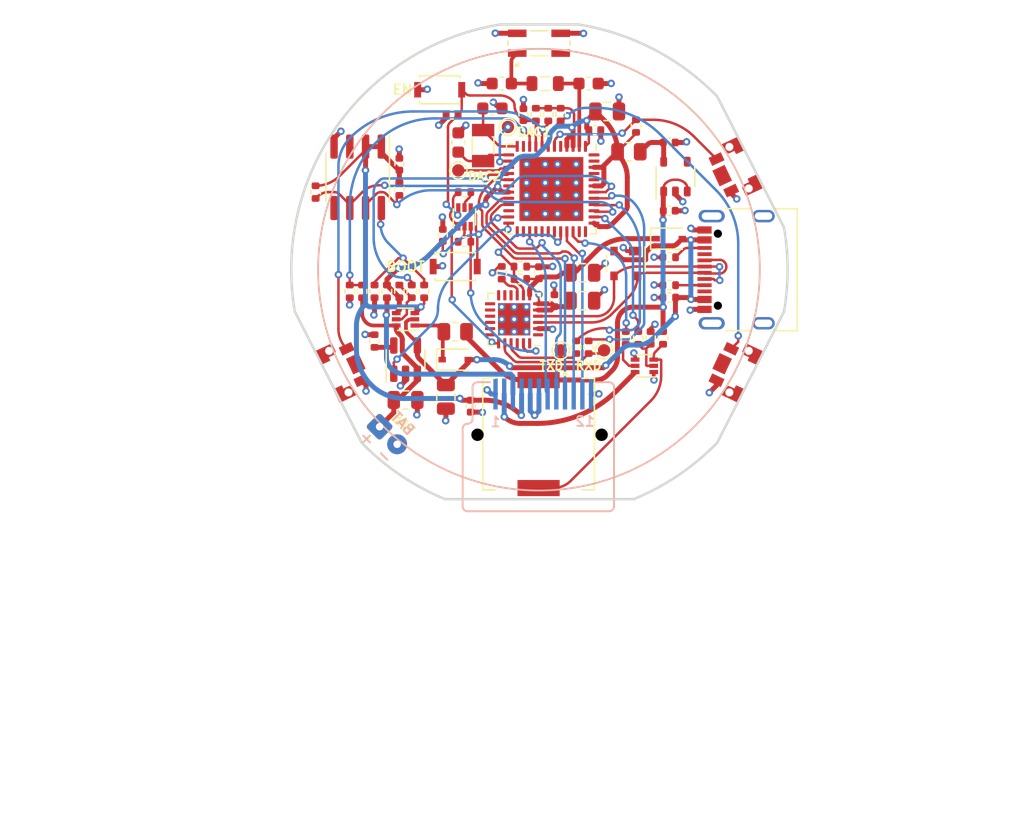
<source format=kicad_pcb>
(kicad_pcb (version 20211014) (generator pcbnew)
  (layers (0 "F.Cu" signal) (1 "In1.Cu" signal) (2 "In2.Cu" signal) (31 "B.Cu" signal) (34 "B.Paste" user) (35 "F.Paste" user) (36 "B.SilkS" user "B.Silkscreen") (37 "F.SilkS" user "F.Silkscreen") (38 "B.Mask" user) (39 "F.Mask" user) (44 "Edge.Cuts" user))
  (net 0 "")
  (net 1 "VBUS")
  (net 2 "GND")
  (net 3 "VCC")
  (net 4 "+3V3")
  (net 6 "+BATT")
  (net 7 "/EN")
  (net 8 "/BOOT")
  (net 18 "/DN")
  (net 19 "/DP")
  (net 20 "/SDA")
  (net 22 "/SCL")
  (net 24 "/DIR")
  (net 25 "/RTS")
  (net 26 "/DTR")
  (net 27 "/TXD0")
  (net 29 "/VOUT")
  (net 30 "/VOR")
  (net 32 "/RXD0")
  (net 39 "/PIEZO_DRAIN")
  (net 40 "/PIEZO_GATE")
  (net 41 "/SCLK")
  (net 44 "/STAT")
  (net 45 "/DAC1")
  (net 46 "/DAC2")
  (net 47 "/B1")
  (net 50 "/B3")
  (net 53 "/B2")
  (net 54 "/POWER")
  (net 56 "/ENABLE")
  (net 62 "/PIEZO")
  (net 65 "/BACKLIGHT")
  (net 66 "/BATT_ADC")
  (net 67 "/CONNECTED")
  (net 68 "/MOSI")
  (net 69 "/CS")
  (net 70 "/LCD_RESET")
  (net 71 "/VREGIN")
  (net 72 "/LCD_DC")
  (net 73 "/VIO")
  (net 74 "/ANTENNA")
  (net 75 "/LNA_IN")
  (net 76 "/CC2")
  (net 77 "/CC1")
  (net 78 "/DTR_BASE")
  (net 79 "/RTS_BASE")
  (net 80 "/POWER_GATE")
  (net 81 "/BACKLIGHT_GATE")
  (net 82 "/LEDK")
  (net 83 "/PROG")
  (net 84 "/~RST")
  (net 85 "/TXD")
  (net 86 "/RXD")
  (net 87 "/LEDA")
  (net 88 "/32K_XP")
  (net 89 "/32K_XN")
  (footprint "Resistor_SMD:R_0402_1005Metric" (layer "F.Cu") (at 85.75 101.75 90)
    (fp_text reference "R21")
    (fp_text value "22.1k")
  )
  (footprint "KXT-311:KXT 311 LHS" (layer "F.Cu") (at 93.25 99.75)
    (fp_text reference "SW2" hide)
    (fp_text value "top-switch" hide)
  )
  (footprint "Package_SO:SOIC-8_3.9x4.9mm_P1.27mm" (layer "F.Cu") (at 85.393 92.557 -90)
    (fp_text reference "IC1")
    (fp_text value "AS5600-ASOT")
  )
  (footprint "Resistor_SMD:R_0402_1005Metric" (layer "F.Cu") (at 109 105.5 90)
    (fp_text reference "R20")
    (fp_text value "100k")
  )
  (footprint "Resistor_SMD:R_0402_1005Metric" (layer "F.Cu") (at 86.75 105.75 90)
    (fp_text reference "R1")
    (fp_text value "10k")
  )
  (footprint "Resistor_SMD:R_0402_1005Metric" (layer "F.Cu") (at 88.75 101.75 90)
    (fp_text reference "R3")
    (fp_text value "100k")
  )
  (footprint "Diode_SMD:D_SOD-323" (layer "F.Cu") (at 110.5 97.5)
    (fp_text reference "D3")
    (fp_text value "D_Schottky_Small")
  )
  (footprint "Resistor_SMD:R_0402_1005Metric" (layer "F.Cu") (at 90.75 101.75 -90)
    (fp_text reference "R26")
    (fp_text value "10k")
  )
  (footprint "Resistor_SMD:R_0402_1005Metric" (layer "F.Cu") (at 86.75 101.75 90)
    (fp_text reference "R27")
    (fp_text value "10k")
  )
  (footprint "Package_DFN_QFN:QFN-48-1EP_7x7mm_P0.5mm_EP5.15x5.15mm" (layer "F.Cu") (at 101 93.5 -90)
    (fp_text reference "U3")
    (fp_text value "ESP32-PICO-V3")
  )
  (footprint "Capacitor_SMD:C_0603_1608Metric" (layer "F.Cu") (at 93.5 89.75 -90)
    (fp_text reference "C14")
    (fp_text value "3.3pF")
  )
  (footprint "Package_TO_SOT_SMD:SOT-143" (layer "F.Cu") (at 107 99.5 -90)
    (fp_text reference "D1")
    (fp_text value "SP0503BAHT")
  )
  (footprint "KXT-311:KXT 311 LHS" (layer "F.Cu") (at 92 85.5)
    (fp_text reference "SW1" hide)
    (fp_text value "top-switch" hide)
  )
  (footprint "Resistor_SMD:R_0402_1005Metric" (layer "F.Cu") (at 110.5 102.25 180)
    (fp_text reference "R16")
    (fp_text value "100k")
  )
  (footprint "Resistor_SMD:R_0402_1005Metric" (layer "F.Cu") (at 94 93.75 180)
    (fp_text reference "R11")
    (fp_text value "10k")
  )
  (footprint "Resistor_SMD:R_0402_1005Metric" (layer "F.Cu") (at 82 93.75 -90)
    (fp_text reference "R18")
    (fp_text value "5.1k")
  )
  (footprint "Resistor_SMD:R_0402_1005Metric" (layer "F.Cu") (at 88.75 93.5 90)
    (fp_text reference "R19")
    (fp_text value "5.1k")
  )
  (footprint "Resistor_SMD:R_0402_1005Metric" (layer "F.Cu") (at 110 105.5 90)
    (fp_text reference "R25")
    (fp_text value "1k")
  )
  (footprint "Diode_SMD:D_SOD-323" (layer "F.Cu") (at 93.25 107.25)
    (fp_text reference "D2")
    (fp_text value "D_Schottky_Small")
  )
  (footprint "Capacitor_SMD:C_0402_1005Metric" (layer "F.Cu") (at 110.5 89.75)
    (fp_text reference "C3")
    (fp_text value "0.1uF")
  )
  (footprint "Package_DFN_QFN:QFN-24-1EP_4x4mm_P0.5mm_EP2.6x2.6mm" (layer "F.Cu") (at 98 104 180)
    (fp_text reference "U2")
    (fp_text value "CP2102N-Axx-xQFN24")
  )
  (footprint "Inductor_SMD:L_0805_2012Metric" (layer "F.Cu") (at 100.5 85)
    (fp_text reference "L1")
    (fp_text value "0R")
  )
  (footprint "Crystal:Crystal_SMD_3215-2Pin_3.2x1.5mm" (layer "F.Cu") (at 95.5 90 90)
    (fp_text reference "Y1")
    (fp_text value "32.768kHz 6pF")
  )
  (footprint "testpoint:TestPoint_Pad_D1.0mm" (layer "F.Cu") (at 101.75 106.5)
    (fp_text reference "TP6")
    (fp_text value "TXD")
  )
  (footprint "Capacitor_SMD:C_0603_1608Metric" (layer "F.Cu") (at 96.25 87 180)
    (fp_text reference "C13")
    (fp_text value "3.3pF")
  )
  (footprint "Resistor_SMD:R_0402_1005Metric" (layer "F.Cu") (at 110.5 99 180)
    (fp_text reference "R7")
    (fp_text value "5.1k")
  )
  (footprint "testpoint:TestPoint_Pad_D1.0mm" (layer "F.Cu") (at 97.5 88.5)
    (fp_text reference "TP1")
    (fp_text value "DAC1")
  )
  (footprint "Resistor_SMD:R_0402_1005Metric" (layer "F.Cu") (at 101.75 87.5 90)
    (fp_text reference "R30")
    (fp_text value "10k")
  )
  (footprint "battery-connector:Battery Connector" (layer "F.Cu") (at 87.156802 112.656802 -45)
    (fp_text reference "J2" hide)
    (fp_text value "Conn_01x02")
  )
  (footprint "Resistor_SMD:R_0402_1005Metric" (layer "F.Cu") (at 89.75 101.75 -90)
    (fp_text reference "R23")
    (fp_text value "10k")
  )
  (footprint "Capacitor_SMD:C_0402_1005Metric" (layer "F.Cu") (at 98.75 87.5 90)
    (fp_text reference "C15")
    (fp_text value "0.1uF")
  )
  (footprint "testpoint:TestPoint_Pad_D1.0mm" (layer "F.Cu") (at 93.5 92)
    (fp_text reference "TP2")
    (fp_text value "DAC2")
  )
  (footprint "Resistor_SMD:R_0402_1005Metric" (layer "F.Cu") (at 94 97.75)
    (fp_text reference "R10")
    (fp_text value "10k")
  )
  (footprint "Resistor_SMD:R_0402_1005Metric" (layer "F.Cu") (at 84.75 101.75 90)
    (fp_text reference "R22")
    (fp_text value "47.5k")
  )
  (footprint "Capacitor_SMD:C_0603_1608Metric" (layer "F.Cu") (at 104 85)
    (fp_text reference "C19")
    (fp_text value "TBD")
  )
  (footprint "Resistor_SMD:R_0805_2012Metric" (layer "F.Cu") (at 93.25 105)
    (fp_text reference "R28")
    (fp_text value "0R")
  )
  (footprint "Capacitor_SMD:C_0402_1005Metric" (layer "F.Cu") (at 88.75 91.5 90)
    (fp_text reference "C7")
    (fp_text value "0.1uF")
  )
  (footprint "Resistor_SMD:R_0402_1005Metric" (layer "F.Cu") (at 99.75 87.5 90)
    (fp_text reference "R13")
    (fp_text value "10k")
  )
  (footprint "sot-25:SOT-25" (layer "F.Cu") (at 111 92.5 90)
    (fp_text reference "U4")
    (fp_text value "AP7354-33W5-7")
  )
  (footprint "Resistor_SMD:R_0805_2012Metric" (layer "F.Cu") (at 107.25 90.5)
    (fp_text reference "R12")
    (fp_text value "0R")
  )
  (footprint "Capacitor_SMD:C_0402_1005Metric" (layer "F.Cu") (at 93 87.5 180)
    (fp_text reference "C11")
    (fp_text value "0.1uF")
  )
  (footprint "PKMCS0909E4000-R1:SPKR_PKMCS0909E4000-R1" (layer "F.Cu") (at 99.97 113.25 -90)
    (fp_text reference "BZ1")
    (fp_text value "Buzzer")
  )
  (footprint "Capacitor_SMD:C_0402_1005Metric" (layer "F.Cu") (at 101.25 102.5 90)
    (fp_text reference "C9")
    (fp_text value "0.1uF")
  )
  (footprint "Resistor_SMD:R_0402_1005Metric" (layer "F.Cu") (at 97 100.25 -90)
    (fp_text reference "R6")
    (fp_text value "1k")
  )
  (footprint "Capacitor_SMD:C_0402_1005Metric" (layer "F.Cu") (at 92.25 97.23 90)
    (fp_text reference "C12")
    (fp_text value "0.1uF")
  )
  (footprint "Resistor_SMD:R_0402_1005Metric" (layer "F.Cu") (at 110.5 101.25)
    (fp_text reference "R2")
    (fp_text value "5.1k")
  )
  (footprint "EVP-AKE31A:EVP-AKE31A" (layer "F.Cu") (at 83.873 108.217 115)
    (fp_text reference "SW5" hide)
    (fp_text value "side-switch")
    (fp_circle (center -1.84785 0) (end -1.56845 0) (layer "Edge.Cuts") (width 0.12) (fill none))
    (fp_circle (center 1.84785 0) (end 2.12725 0) (layer "Edge.Cuts") (width 0.12) (fill none))
  )
  (footprint "Resistor_SMD:R_0402_1005Metric" (layer "F.Cu") (at 107 105.5 -90)
    (fp_text reference "R24")
    (fp_text value "10k")
  )
  (footprint "Capacitor_SMD:C_0402_1005Metric" (layer "F.Cu") (at 110.5 95.25)
    (fp_text reference "C2")
    (fp_text value "0.1uF")
  )
  (footprint "USB4105:USB4105-GF-A" (layer "F.Cu") (at 113.92 100 90)
    (fp_text reference "J1")
    (fp_text value "USB4105-GF-A")
  )
  (footprint "Package_TO_SOT_SMD:SOT-23-5" (layer "F.Cu") (at 89.25 107.25 90)
    (fp_text reference "U1")
    (fp_text value "MCP73831-2-OT")
  )
  (footprint "EVP-AKE31A:EVP-AKE31A" (layer "F.Cu") (at 116.127 108.217 -115)
    (fp_text reference "SW4" hide)
    (fp_text value "side-switch")
    (fp_circle (center 1.84785 0) (end 2.12725 0) (layer "Edge.Cuts") (width 0.12) (fill none))
    (fp_circle (center -1.84785 0) (end -1.56845 0) (layer "Edge.Cuts") (width 0.12) (fill none))
  )
  (footprint "EVP-AKE31A:EVP-AKE31A" (layer "F.Cu") (at 116.127 91.783 -65)
    (fp_text reference "SW3" hide)
    (fp_text value "side-switch")
    (fp_circle (center -1.84785 0) (end -1.56845 0) (layer "Edge.Cuts") (width 0.12) (fill none))
    (fp_circle (center 1.84785 0) (end 2.12725 0) (layer "Edge.Cuts") (width 0.12) (fill none))
  )
  (footprint "Capacitor_SMD:C_0805_2012Metric" (layer "F.Cu") (at 92.5 110.25 -90)
    (fp_text reference "C1")
    (fp_text value "4.7uF")
  )
  (footprint "Resistor_SMD:R_0402_1005Metric" (layer "F.Cu") (at 108 105.5 -90)
    (fp_text reference "R17")
    (fp_text value "10k")
  )
  (footprint "Package_TO_SOT_SMD:SOT-563" (layer "F.Cu") (at 108.5 107.75 180)
    (fp_text reference "Q3")
    (fp_text value "DMN2004VK-7")
  )
  (footprint "Resistor_SMD:R_0402_1005Metric" (layer "F.Cu") (at 103 106.25 -90)
    (fp_text reference "R8")
    (fp_text value "1k")
  )
  (footprint "Resistor_SMD:R_0402_1005Metric" (layer "F.Cu") (at 100.75 87.5 90)
    (fp_text reference "R31")
    (fp_text value "10k")
  )
  (footprint "Capacitor_SMD:C_0805_2012Metric" (layer "F.Cu") (at 103.5 100.25)
    (fp_text reference "C5")
    (fp_text value "4.7uF")
  )
  (footprint "Capacitor_SMD:C_0805_2012Metric" (layer "F.Cu") (at 103.5 102.5)
    (fp_text reference "C8")
    (fp_text value "4.7uF")
  )
  (footprint "2450AT42E0100:XDCR_2450AT42E0100E" (layer "F.Cu") (at 100 81.75 180)
    (fp_text reference "E1")
    (fp_text value "2450AT42E0100E")
  )
  (footprint "Package_TO_SOT_SMD:SOT-563" (layer "F.Cu") (at 89.25 104 180)
    (fp_text reference "Q2")
    (fp_text value "DMP2004VK-7")
  )
  (footprint "Capacitor_SMD:C_0402_1005Metric" (layer "F.Cu") (at 94.5 111 90)
    (fp_text reference "C10")
    (fp_text value "0.1uF")
  )
  (footprint "testpoint:TestPoint_Pad_D1.0mm" (layer "F.Cu") (at 105.25 106.5)
    (fp_text reference "TP7")
    (fp_text value "RXD")
  )
  (footprint "Resistor_SMD:R_0402_1005Metric" (layer "F.Cu") (at 104 106.25 -90)
    (fp_text reference "R9")
    (fp_text value "1k")
  )
  (footprint "Resistor_SMD:R_0402_1005Metric" (layer "F.Cu") (at 107.823 88.429 -90)
    (fp_text reference "R29")
    (fp_text value "10k")
  )
  (footprint "Package_TO_SOT_SMD:SOT-563" (layer "F.Cu") (at 94 95.75 90)
    (fp_text reference "Q1")
    (fp_text value "DMN2004VK-7")
  )
  (footprint "Resistor_SMD:R_0402_1005Metric" (layer "F.Cu") (at 98.5 100.75)
    (fp_text reference "R4")
    (fp_text value "22.1k")
  )
  (footprint "Capacitor_SMD:C_0402_1005Metric" (layer "F.Cu") (at 104.5 88.75)
    (fp_text reference "C17")
    (fp_text value "0.1uF")
  )
  (footprint "Capacitor_SMD:C_0603_1608Metric" (layer "F.Cu") (at 97 85 180)
    (fp_text reference "C18")
    (fp_text value "TBD")
  )
  (footprint "Capacitor_SMD:C_0805_2012Metric" (layer "F.Cu") (at 105.5 87.25)
    (fp_text reference "C16")
    (fp_text value "10uF")
  )
  (footprint "Capacitor_SMD:C_0402_1005Metric" (layer "F.Cu") (at 100 100.25 90)
    (fp_text reference "C6")
    (fp_text value "0.1uF")
  )
  (footprint "Resistor_SMD:R_0402_1005Metric" (layer "F.Cu") (at 87.75 101.75 -90)
    (fp_text reference "R15")
    (fp_text value "10R")
  )
  (footprint "Capacitor_SMD:C_0805_2012Metric" (layer "F.Cu") (at 89.25 110.5)
    (fp_text reference "C4")
    (fp_text value "4.7uF")
  )
  (footprint "Resistor_SMD:R_0402_1005Metric" (layer "F.Cu") (at 98.5 99.75)
    (fp_text reference "R5")
    (fp_text value "47.5k")
  )
  (footprint "gc9a01:GC9A01_IPS_display_under" (layer "B.Cu") (at 100.35 119.206)
    (fp_text reference "U5")
    (fp_text value "GC9A01")
  )
  (gr_circle (center 100 100) (end 117.8 100) (layer "B.SilkS") (width 0.15) (fill none))
  (gr_arc locked (start 119.751349 96.607562) (mid 120.04 99.993227) (end 119.751349 103.378892) (layer "Edge.Cuts") (width 0.2))
  (gr_line locked (start 114.3651 113.95) (end 119.751349 103.378892) (layer "Edge.Cuts") (width 0.2))
  (gr_arc locked (start 92.440658 118.493227) (mid 88.844889 116.566382) (end 85.7149 113.95) (layer "Edge.Cuts") (width 0.2))
  (gr_arc locked (start 103.17 80.239668) (mid 109.236239 82.232901) (end 114.3651 86.036454) (layer "Edge.Cuts") (width 0.2))
  (gr_line locked (start 119.751349 96.607562) (end 114.3651 86.036454) (layer "Edge.Cuts") (width 0.2))
  (gr_arc locked (start 80.328651 103.378892) (mid 83.783071 88.343666) (end 96.91 80.239668) (layer "Edge.Cuts") (width 0.2))
  (gr_line locked (start 80.328651 103.378892) (end 85.7149 113.95) (layer "Edge.Cuts") (width 0.2))
  (gr_line locked (start 103.17 80.239668) (end 96.91 80.239668) (layer "Edge.Cuts") (width 0.2))
  (gr_line locked (start 92.440658 118.493227) (end 107.639342 118.493227) (layer "Edge.Cuts") (width 0.2))
  (gr_arc locked (start 114.3651 113.95) (mid 111.235111 116.566383) (end 107.639342 118.493227) (layer "Edge.Cuts") (width 0.2))
  (gr_text "BAT" (at 89.027 112.395 315) (layer "B.SilkS") (effects (font (size 0.8 0.8)) (justify mirror)))
  (gr_text "+ -" (at 86.868 114.3 315) (layer "B.SilkS") (effects (font (size 1 1))))
  (gr_text "BAT" (at 89.027 112.395 315) (layer "F.SilkS") (effects (font (size 0.8 0.8))))
  (gr_text "+ -" (at 86.868 114.3 315) (layer "F.SilkS") (effects (font (size 1 1))))
  (segment (start 108.6 98.817107) (end 108.6 99.2) (width 0.4) (layer "F.Cu") (net 1))
  (segment (start 94.3 107.25) (end 94.3 107.5) (width 0.4) (layer "F.Cu") (net 1))
  (segment (start 89.363553 104.146447) (end 89.28 104.23) (width 0.3) (layer "F.Cu") (net 1))
  (segment (start 110.98 103.76) (end 111 103.74) (width 0.4) (layer "F.Cu") (net 1))
  (segment (start 90.2 105.91) (end 90.2 106.1125) (width 0.3) (layer "F.Cu") (net 1))
  (segment (start 92.5 109.3) (end 92.482107 109.3) (width 0.4) (layer "F.Cu") (net 1))
  (segment (start 105.201468 107.9) (end 97.76936 107.9) (width 0.4) (layer "F.Cu") (net 1))
  (segment (start 90 104) (end 89.717107 104) (width 0.3) (layer "F.Cu") (net 1))
  (segment (start 108.988553 98.221447) (end 108.746446 98.463554) (width 0.4) (layer "F.Cu") (net 1))
  (segment (start 105.385734 107.715734) (end 105.201468 107.9) (width 0.4) (layer "F.Cu") (net 1))
  (segment (start 110.767893 98.075) (end 109.342107 98.075) (width 0.4) (layer "F.Cu") (net 1))
  (segment (start 108.6 99.2) (end 106.957107 99.2) (width 0.4) (layer "F.Cu") (net 1))
  (segment (start 113.345 97.599999) (end 112.239999 97.599999) (width 0.4) (layer "F.Cu") (net 1))
  (segment (start 111.01 102.25) (end 112.11 102.25) (width 0.4) (layer "F.Cu") (net 1))
  (segment (start 111 102.26) (end 111.01 102.25) (width 0.4) (layer "F.Cu") (net 1))
  (segment (start 112.11 102.25) (end 112.25 102.39) (width 0.4) (layer "F.Cu") (net 1))
  (segment (start 111.55 97.5) (end 111.121446 97.928554) (width 0.4) (layer "F.Cu") (net 1))
  (segment (start 94.3 107.5) (end 92.5 109.3) (width 0.4) (layer "F.Cu") (net 1))
  (segment (start 111.649999 97.599999) (end 111.55 97.5) (width 0.4) (layer "F.Cu") (net 1))
  (segment (start 113.345 102.400001) (end 112.260001 102.400001) (width 0.4) (layer "F.Cu") (net 1))
  (segment (start 94.3 107.25) (end 95 107.25) (width 0.4) (layer "F.Cu") (net 1))
  (segment (start 89.28 104.23) (end 89.28 104.782893) (width 0.3) (layer "F.Cu") (net 1))
  (segment (start 112.239999 97.599999) (end 111.649999 97.599999) (width 0.4) (layer "F.Cu") (net 1))
  (segment (start 112.260001 102.400001) (end 112.25 102.39) (width 0.4) (layer "F.Cu") (net 1))
  (segment (start 89.426447 105.136447) (end 90.2 105.91) (width 0.3) (layer "F.Cu") (net 1))
  (segment (start 97.76936 107.9) (end 97.63936 107.77) (width 0.4) (layer "F.Cu") (net 1))
  (segment (start 92.482107 109.3) (end 90.346446 107.164339) (width 0.4) (layer "F.Cu") (net 1))
  (segment (start 90.2 106.810786) (end 90.2 106.1125) (width 0.4) (layer "F.Cu") (net 1))
  (segment (start 111 103.74) (end 111 102.26) (width 0.4) (layer "F.Cu") (net 1))
  (segment (start 106.603553 99.053553) (end 106.05 98.5) (width 0.4) (layer "F.Cu") (net 1))
  (via (at 110.98 103.76) (size 0.6) (drill 0.3) (layers "F.Cu" "B.Cu") (net 1))
  (via (at 105.385734 107.715734) (size 0.6) (drill 0.3) (layers "F.Cu" "B.Cu") (net 1))
  (via (at 112.25 102.39) (size 0.6) (drill 0.3) (layers "F.Cu" "B.Cu") (net 1))
  (via (at 97.63936 107.77) (size 0.6) (drill 0.3) (layers "F.Cu" "B.Cu") (net 1))
  (via (at 95 107.25) (size 0.6) (drill 0.3) (layers "F.Cu" "B.Cu") (net 1))
  (via (at 112.239999 97.599999) (size 0.6) (drill 0.3) (layers "F.Cu" "B.Cu") (net 1))
  (arc (start 106.603553 99.053553) (mid 106.765765 99.16194) (end 106.957107 99.2) (width 0.4) (layer "F.Cu") (net 1))
  (arc (start 89.717107 104) (mid 89.525765 104.03806) (end 89.363553 104.146447) (width 0.3) (layer "F.Cu") (net 1))
  (arc (start 108.988553 98.221447) (mid 109.150765 98.11306) (end 109.342107 98.075) (width 0.4) (layer "F.Cu") (net 1))
  (arc (start 89.28 104.782893) (mid 89.31806 104.974235) (end 89.426447 105.136447) (width 0.3) (layer "F.Cu") (net 1))
  (arc (start 110.767893 98.075) (mid 110.959234 98.03694) (end 111.121446 97.928554) (width 0.4) (layer "F.Cu") (net 1))
  (arc (start 108.746446 98.463554) (mid 108.63806 98.625766) (end 108.6 98.817107) (width 0.4) (layer "F.Cu") (net 1))
  (arc (start 90.2 106.810786) (mid 90.23806 107.002127) (end 90.346446 107.164339) (width 0.4) (layer "F.Cu") (net 1))
  (segment (start 112.25 102.39) (end 112.239999 102.379999) (width 0.4) (layer "B.Cu") (net 1))
  (segment (start 107.978125 106.069503) (end 107.428143 106.069495) (width 0.4) (layer "B.Cu") (net 1))
  (segment (start 110.98 103.76) (end 109.160078 105.579922) (width 0.4) (layer "B.Cu") (net 1))
  (segment (start 96.383955 107.25) (end 95 107.25) (width 0.4) (layer "B.Cu") (net 1))
  (segment (start 112.239999 102.379999) (end 112.239999 97.599999) (width 0.4) (layer "B.Cu") (net 1))
  (segment (start 106.751847 106.349621) (end 105.385734 107.715734) (width 0.4) (layer "B.Cu") (net 1))
  (arc (start 96.383955 107.25) (mid 97.063381 107.385146) (end 97.63936 107.77) (width 0.4) (layer "B.Cu") (net 1))
  (arc (start 109.160078 105.579922) (mid 108.617793 105.942265) (end 107.978125 106.069503) (width 0.4) (layer "B.Cu") (net 1))
  (arc (start 107.428143 106.069495) (mid 107.062134 106.142295) (end 106.751847 106.349621) (width 0.4) (layer "B.Cu") (net 1))
  (segment (start 92.25 95.792936) (end 92.216224 95.75916) (width 0.4) (layer "F.Cu") (net 2))
  (segment (start 109.29 99) (end 109.28 98.99) (width 0.3) (layer "F.Cu") (net 2))
  (segment (start 107.75 107.25) (end 107.75 106.82) (width 0.3) (layer "F.Cu") (net 2))
  (segment (start 86.75 102.26) (end 86.75 103.599852) (width 0.4) (layer "F.Cu") (net 2))
  (segment (start 84.75 102.26) (end 84.75 102.83) (width 0.4) (layer "F.Cu") (net 2))
  (segment (start 86.75 103.599852) (end 86.700352 103.6495) (width 0.4) (layer "F.Cu") (net 2))
  (segment (start 93.5 88.9695) (end 94.11 88.3595) (width 0.4) (layer "F.Cu") (net 2))
  (segment (start 93.5 88.975) (end 93.5 88.9695) (width 0.4) (layer "F.Cu") (net 2))
  (segment (start 90.96 85.5) (end 91 85.46) (width 0.4) (layer "F.Cu") (net 2))
  (segment (start 101.25 102.02) (end 101.25 101.2895) (width 0.3) (layer "F.Cu") (net 2))
  (segment (start 109.3 101.25) (end 109.28 101.23) (width 0.3) (layer "F.Cu") (net 2))
  (segment (start 99.98 99.75) (end 100 99.77) (width 0.2) (layer "F.Cu") (net 2))
  (segment (start 92.52 87.76) (end 91.92 88.36) (width 0.4) (layer "F.Cu") (net 2))
  (segment (start 91.474598 99.75) (end 92.17 99.75) (width 0.4) (layer "F.Cu") (net 2))
  (segment (start 86.01 105.24) (end 85.99 105.22) (width 0.4) (layer "F.Cu") (net 2))
  (segment (start 114.309434 108.914377) (end 114.309434 109.330566) (width 0.4) (layer "F.Cu") (net 2))
  (segment (start 88.75 91.02) (end 88.75 90.3) (width 0.4) (layer "F.Cu") (net 2))
  (segment (start 99.9375 104.75) (end 101.05 104.75) (width 0.4) (layer "F.Cu") (net 2))
  (segment (start 92.5 111.2) (end 92.5 112.15) (width 0.4) (layer "F.Cu") (net 2))
  (segment (start 115.492913 93.852913) (end 115.94 94.3) (width 0.4) (layer "F.Cu") (net 2))
  (segment (start 86.064313 109.288124) (end 85.690566 108.914377) (width 0.4) (layer "F.Cu") (net 2))
  (segment (start 88.75 90.3) (end 88.73 90.28) (width 0.4) (layer "F.Cu") (net 2))
  (segment (start 97.025 87) (end 96.820667 87) (width 0.4) (layer "F.Cu") (net 2))
  (segment (start 83.488 90.082) (end 83.488 89.402) (width 0.4) (layer "F.Cu") (net 2))
  (segment (start 109.99 102.25) (end 109.3 102.25) (width 0.3) (layer "F.Cu") (net 2))
  (segment (start 101.75 80.95) (end 103.58 80.95) (width 0.4) (layer "F.Cu") (net 2))
  (segment (start 109.25 108.87) (end 109.27 108.89) (width 0.3) (layer "F.Cu") (net 2))
  (segment (start 98.25 80.95) (end 96.49 80.95) (width 0.4) (layer "F.Cu") (net 2))
  (segment (start 99.01 99.75) (end 99.98 99.75) (width 0.2) (layer "F.Cu") (net 2))
  (segment (start 109.99 99) (end 109.29 99) (width 0.3) (layer "F.Cu") (net 2))
  (segment (start 104.56 100.25) (end 105.33 99.48) (width 0.3) (layer "F.Cu") (net 2))
  (segment (start 105.81 85) (end 105.82 84.99) (width 0.4) (layer "F.Cu") (net 2))
  (segment (start 110.98 89.75) (end 111.84 89.75) (width 0.4) (layer "F.Cu") (net 2))
  (segment (start 92.52 87.5) (end 92.52 87.76) (width 0.4) (layer "F.Cu") (net 2))
  (segment (start 98.75 87.02) (end 98.75 86.29) (width 0.4) (layer "F.Cu") (net 2))
  (segment (start 96.820667 87) (end 96.330167 86.5095) (width 0.4) (layer "F.Cu") (net 2))
  (segment (start 110.98 95.25) (end 111.75 95.25) (width 0.4) (layer "F.Cu") (net 2))
  (segment (start 89.25 108.3875) (end 89.25 108.944673) (width 0.4) (layer "F.Cu") (net 2))
  (segment (start 92.5 112.15) (end 92.48 112.17) (width 0.4) (layer "F.Cu") (net 2))
  (segment (start 103.58 80.95) (end 103.59 80.96) (width 0.4) (layer "F.Cu") (net 2))
  (segment (start 111 93.7) (end 111 93.93) (width 0.4) (layer "F.Cu") (net 2))
  (segment (start 109 104.7505) (end 109.3505 104.4) (width 0.3) (layer "F.Cu") (net 2))
  (segment (start 94.5 111.48) (end 95.42 111.48) (width 0.4) (layer "F.Cu") (net 2))
  (segment (start 92.25 96.75) (end 92.25 95.792936) (width 0.4) (layer "F.Cu") (net 2))
  (segment (start 104.45 100.25) (end 104.56 100.25) (width 0.3) (layer "F.Cu") (net 2))
  (segment (start 114.309434 109.330566) (end 113.73 109.91) (width 0.4) (layer "F.Cu") (net 2))
  (segment (start 104.98 88.75) (end 104.98 89.63) (width 0.4) (layer "F.Cu") (net 2))
  (segment (start 101.25 101.2895) (end 101.2005 101.24) (width 0.3) (layer "F.Cu") (net 2))
  (segment (start 86.75 105.24) (end 86.01 105.24) (width 0.4) (layer "F.Cu") (net 2))
  (segment (start 90.2 110.5) (end 90.2 111.66) (width 0.4) (layer "F.Cu") (net 2))
  (segment (start 104.45 102.5) (end 104.45 102.45) (width 0.3) (layer "F.Cu") (net 2))
  (segment (start 104.775 85) (end 105.81 85) (width 0.4) (layer "F.Cu") (net 2))
  (segment (start 90.2 111.66) (end 90.16 111.7) (width 0.4) (layer "F.Cu") (net 2))
  (segment (start 113.345 103.2) (end 112.25 103.2) (width 0.4) (layer "F.Cu") (net 2))
  (segment (start 96.49 80.95) (end 96.48 80.94) (width 0.4) (layer "F.Cu") (net 2))
  (segment (start 84.75 102.83) (end 84.74 102.84) (width 0.4) (layer "F.Cu") (net 2))
  (segment (start 100 99.77) (end 101.0695 99.77) (width 0.4) (layer "F.Cu") (net 2))
  (segment (start 89.25 108.944673) (end 88.835838 109.358835) (width 0.4) (layer "F.Cu") (net 2))
  (segment (start 109.25 108.25) (end 109.25 108.87) (width 0.3) (layer "F.Cu") (net 2))
  (segment (start 107.75 106.82) (end 107.65 106.72) (width 0.3) (layer "F.Cu") (net 2))
  (segment (start 101.0695 99.77) (end 101.0995 99.74) (width 0.4) (layer "F.Cu") (net 2))
  (segment (start 101.05 104.75) (end 101.0995 104.7995) (width 0.4) (layer "F.Cu") (net 2))
  (segment (start 104.45 102.45) (end 105.28 101.62) (width 0.3) (layer "F.Cu") (net 2))
  (segment (start 109 104.99) (end 109 104.7505) (width 0.3) (layer "F.Cu") (net 2))
  (segment (start 96.225 85) (end 95.14 85) (width 0.4) (layer "F.Cu") (net 2))
  (segment (start 111.84 89.75) (end 111.89 89.7) (width 0.4) (layer "F.Cu") (net 2))
  (segment (start 112.25 103.2) (end 112.19 103.26) (width 0.4) (layer "F.Cu") (net 2))
  (segment (start 111.75 95.25) (end 111.77 95.23) (width 0.4) (layer "F.Cu") (net 2))
  (segment (start 107.079502 98.5) (end 106.799502 98.22) (width 0.3) (layer "F.Cu") (net 2))
  (segment (start 109.3 102.25) (end 109.29 102.24) (width 0.3) (layer "F.Cu") (net 2))
  (segment (start 113.345 96.8) (end 112.38 96.8) (width 0.4) (layer "F.Cu") (net 2))
  (segment (start 109.99 101.25) (end 109.3 101.25) (width 0.3) (layer "F.Cu") (net 2))
  (segment (start 95.14 85) (end 95.09 84.95) (width 0.4) (layer "F.Cu") (net 2))
  (segment (start 107.75 98.5) (end 107.079502 98.5) (width 0.3) (layer "F.Cu") (net 2))
  (segment (start 115.492913 93.623602) (end 115.492913 93.852913) (width 0.4) (layer "F.Cu") (net 2))
  (segment (start 83.488 89.402) (end 84.04 88.85) (width 0.4) (layer "F.Cu") (net 2))
  (segment (start 112.38 96.8) (end 112.25 96.67) (width 0.4) (layer "F.Cu") (net 2))
  (segment (start 92.17 99.75) (end 92.23 99.69) (width 0.4) (layer "F.Cu") (net 2))
  (segment (start 95.42 111.48) (end 95.44 111.5) (width 0.4) (layer "F.Cu") (net 2))
  (segment (start 104.98 89.63) (end 104.99 89.64) (width 0.4) (layer "F.Cu") (net 2))
  (segment (start 111 93.93) (end 111.59 94.52) (width 0.4) (layer "F.Cu") (net 2))
  (segment (start 86.064313 109.78123) (end 86.064313 109.288124) (width 0.4) (layer "F.Cu") (net 2))
  (segment (start 106.45 87.25) (end 106.45 86.09) (width 0.4) (layer "F.Cu") (net 2))
  (segment (start 90.224598 85.5) (end 90.96 85.5) (width 0.4) (layer "F.Cu") (net 2))
  (via (at 88.835838 109.358835) (size 0.6) (drill 0.3) (layers "F.Cu" "B.Cu") (net 2))
  (via (at 101.5 94) (size 0.6) (drill 0.3) (layers "F.Cu" "B.Cu") (net 2))
  (via (at 113.73 109.91) (size 0.6) (drill 0.3) (layers "F.Cu" "B.Cu") (net 2))
  (via (at 98.75 86.29) (size 0.6) (drill 0.3) (layers "F.Cu" "B.Cu") (net 2))
  (via (at 86.700352 103.6495) (size 0.6) (drill 0.3) (layers "F.Cu" "B.Cu") (net 2))
  (via (at 85.99 105.22) (size 0.6) (drill 0.3) (layers "F.Cu" "B.Cu") (net 2))
  (via (at 92.48 112.17) (size 0.6) (drill 0.3) (layers "F.Cu" "B.Cu") (net 2))
  (via (at 101.5 91.5) (size 0.6) (drill 0.3) (layers "F.Cu" "B.Cu") (net 2))
  (via (at 103.59 80.96) (size 0.6) (drill 0.3) (layers "F.Cu" "B.Cu") (net 2))
  (via (at 101.0995 99.74) (size 0.6) (drill 0.3) (layers "F.Cu" "B.Cu") (net 2))
  (via (at 105.33 99.48) (size 0.6) (drill 0.3) (layers "F.Cu" "B.Cu") (net 2))
  (via (at 95.09 84.95) (size 0.6) (drill 0.3) (layers "F.Cu" "B.Cu") (net 2))
  (via (at 92.23 99.69) (size 0.6) (drill 0.3) (layers "F.Cu" "B.Cu") (net 2))
  (via (at 104.83 110.01) (size 0.6) (drill 0.3) (layers "F.Cu" "B.Cu") (net 2))
  (via (at 109.28 98.99) (size 0.6) (drill 0.3) (layers "F.Cu" "B.Cu") (net 2))
  (via (at 100.5 95.5) (size 0.6) (drill 0.3) (layers "F.Cu" "B.Cu") (net 2))
  (via (at 99.65 111.7405) (size 0.6) (drill 0.3) (layers "F.Cu" "B.Cu") (net 2))
  (via (at 99 93) (size 0.6) (drill 0.3) (layers "F.Cu" "B.Cu") (net 2))
  (via (at 103 95.5) (size 0.6) (drill 0.3) (layers "F.Cu" "B.Cu") (net 2))
  (via (at 112.25 96.67) (size 0.6) (drill 0.3) (layers "F.Cu" "B.Cu") (net 2))
  (via (at 97 103) (size 0.6) (drill 0.3) (layers "F.Cu" "B.Cu") (net 2))
  (via (at 112.19 103.26) (size 0.6) (drill 0.3) (layers "F.Cu" "B.Cu") (net 2))
  (via (at 98 103) (size 0.6) (drill 0.3) (layers "F.Cu" "B.Cu") (net 2))
  (via (at 100.5 94) (size 0.6) (drill 0.3) (layers "F.Cu" "B.Cu") (net 2))
  (via (at 99 105) (size 0.6) (drill 0.3) (layers "F.Cu" "B.Cu") (net 2))
  (via (at 99 91.5) (size 0.6) (drill 0.3) (layers "F.Cu" "B.Cu") (net 2))
  (via (at 107.65 106.72) (size 0.6) (drill 0.3) (layers "F.Cu" "B.Cu") (net 2))
  (via (at 111.89 89.7) (size 0.6) (drill 0.3) (layers "F.Cu" "B.Cu") (net 2))
  (via (at 97 104) (size 0.6) (drill 0.3) (layers "F.Cu" "B.Cu") (net 2))
  (via (at 91 85.46) (size 0.6) (drill 0.3) (layers "F.Cu" "B.Cu") (net 2))
  (via (at 101.5 95.5) (size 0.6) (drill 0.3) (layers "F.Cu" "B.Cu") (net 2))
  (via (at 86.064313 109.78123) (size 0.6) (drill 0.3) (layers "F.Cu" "B.Cu") (net 2))
  (via (at 111.77 95.23) (size 0.6) (drill 0.3) (layers "F.Cu" "B.Cu") (net 2))
  (via (at 99 94) (size 0.6) (drill 0.3) (layers "F.Cu" "B.Cu") (net 2))
  (via (at 95.44 111.5) (size 0.6) (drill 0.3) (layers "F.Cu" "B.Cu") (net 2))
  (via (at 103 94) (size 0.6) (drill 0.3) (layers "F.Cu" "B.Cu") (net 2))
  (via (at 106.799502 98.22) (size 0.6) (drill 0.3) (layers "F.Cu" "B.Cu") (net 2))
  (via (at 105.28 101.62) (size 0.6) (drill 0.3) (layers "F.Cu" "B.Cu") (net 2))
  (via (at 96.330167 86.5095) (size 0.6) (drill 0.3) (layers "F.Cu" "B.Cu") (net 2))
  (via (at 109.3505 104.4) (size 0.6) (drill 0.3) (layers "F.Cu" "B.Cu") (net 2))
  (via (at 99 95.5) (size 0.6) (drill 0.3) (layers "F.Cu" "B.Cu") (net 2))
  (via (at 103 91.5) (size 0.6) (drill 0.3) (layers "F.Cu" "B.Cu") (net 2))
  (via (at 99 104) (size 0.6) (drill 0.3) (layers "F.Cu" "B.Cu") (net 2))
  (via (at 106.45 86.09) (size 0.6) (drill 0.3) (layers "F.Cu" "B.Cu") (net 2))
  (via (at 109.27 108.89) (size 0.6) (drill 0.3) (layers "F.Cu" "B.Cu") (net 2))
  (via (at 90.16 111.7) (size 0.6) (drill 0.3) (layers "F.Cu" "B.Cu") (net 2))
  (via (at 92.216224 95.75916) (size 0.6) (drill 0.3) (layers "F.Cu" "B.Cu") (net 2))
  (via (at 95.82 109.69) (size 0.6) (drill 0.3) (layers "F.Cu" "B.Cu") (net 2))
  (via (at 100.5 91.5) (size 0.6) (drill 0.3) (layers "F.Cu" "B.Cu") (net 2))
  (via (at 84.04 88.85) (size 0.6) (drill 0.3) (layers "F.Cu" "B.Cu") (net 2))
  (via (at 84.74 102.84) (size 0.6) (drill 0.3) (layers "F.Cu" "B.Cu") (net 2))
  (via (at 101.2005 101.24) (size 0.6) (drill 0.3) (layers "F.Cu" "B.Cu") (net 2))
  (via (at 101.0995 104.7995) (size 0.6) (drill 0.3) (layers "F.Cu" "B.Cu") (net 2))
  (via (at 88.73 90.28) (size 0.6) (drill 0.3) (layers "F.Cu" "B.Cu") (net 2))
  (via (at 105.82 84.99) (size 0.6) (drill 0.3) (layers "F.Cu" "B.Cu") (net 2))
  (via (at 97 105) (size 0.6) (drill 0.3) (layers "F.Cu" "B.Cu") (net 2))
  (via (at 111.59 94.52) (size 0.6) (drill 0.3) (layers "F.Cu" "B.Cu") (net 2))
  (via (at 98 105) (size 0.6) (drill 0.3) (layers "F.Cu" "B.Cu") (net 2))
  (via (at 94.11 88.3595) (size 0.6) (drill 0.3) (layers "F.Cu" "B.Cu") (net 2))
  (via (at 96.48 80.94) (size 0.6) (drill 0.3) (layers "F.Cu" "B.Cu") (net 2))
  (via (at 91.92 88.36) (size 0.6) (drill 0.3) (layers "F.Cu" "B.Cu") (net 2))
  (via (at 115.94 94.3) (size 0.6) (drill 0.3) (layers "F.Cu" "B.Cu") (net 2))
  (via (at 98 104) (size 0.6) (drill 0.3) (layers "F.Cu" "B.Cu") (net 2))
  (via (at 104.99 89.64) (size 0.6) (drill 0.3) (layers "F.Cu" "B.Cu") (net 2))
  (via (at 99 103) (size 0.6) (drill 0.3) (layers "F.Cu" "B.Cu") (net 2))
  (via (at 109.28 101.23) (size 0.6) (drill 0.3) (layers "F.Cu" "B.Cu") (net 2))
  (via (at 109.29 102.24) (size 0.6) (drill 0.3) (layers "F.Cu" "B.Cu") (net 2))
  (via (at 101.5 93) (size 0.6) (drill 0.3) (layers "F.Cu" "B.Cu") (net 2))
  (via (at 103 93) (size 0.6) (drill 0.3) (layers "F.Cu" "B.Cu") (net 2))
  (via (at 100.5 93) (size 0.6) (drill 0.3) (layers "F.Cu" "B.Cu") (net 2))
  (segment (start 95.82 109.69) (end 96.1495 110.0195) (width 0.4) (layer "B.Cu") (net 2))
  (segment (start 104.8205 110.0195) (end 104.83 110.01) (width 0.4) (layer "B.Cu") (net 2))
  (segment (start 104.2 110.0195) (end 104.8205 110.0195) (width 0.4) (layer "B.Cu") (net 2))
  (segment (start 99.65 111.7405) (end 99.3 111.3905) (width 0.4) (layer "B.Cu") (net 2))
  (segment (start 96.1495 110.0195) (end 96.5 110.0195) (width 0.4) (layer "B.Cu") (net 2))
  (segment (start 99.3 111.3905) (end 99.3 110.0195) (width 0.4) (layer "B.Cu") (net 2))
  (segment (start 99.65 111.7405) (end 100 111.3905) (width 0.4) (layer "B.Cu") (net 2))
  (segment (start 100 111.3905) (end 100 110.0195) (width 0.4) (layer "B.Cu") (net 2))
  (segment (start 110.05 93.7) (end 110.05 93.407107) (width 0.2) (layer "F.Cu") (net 3))
  (segment (start 110.01 103.0195) (end 107.563085 103.0195) (width 0.4) (layer "F.Cu") (net 3))
  (segment (start 110.02 95.25) (end 110.02 93.73) (width 0.4) (layer "F.Cu") (net 3))
  (segment (start 105.894444 108.125556) (end 105.495368 108.524632) (width 0.4) (layer "F.Cu") (net 3))
  (segment (start 110.02 93.73) (end 110.05 93.7) (width 0.4) (layer "F.Cu") (net 3))
  (segment (start 110.929254 92.75) (end 111.070713 92.75) (width 0.2) (layer "F.Cu") (net 3))
  (segment (start 110 104.99) (end 110 103.0295) (width 0.4) (layer "F.Cu") (net 3))
  (segment (start 98.693528 108.9) (end 99.97 108.9) (width 0.4) (layer "F.Cu") (net 3))
  (segment (start 110 96) (end 110 95.27) (width 0.4) (layer "F.Cu") (net 3))
  (segment (start 94.1625 105) (end 94.1625 105.205393) (width 0.4) (layer "F.Cu") (net 3))
  (segment (start 110 103.0295) (end 110.01 103.0195) (width 0.4) (layer "F.Cu") (net 3))
  (segment (start 99.98 108.89) (end 99.97 108.9) (width 0.4) (layer "F.Cu") (net 3))
  (segment (start 106.33 104.314612) (end 106.33 107.07403) (width 0.4) (layer "F.Cu") (net 3))
  (segment (start 110 95.27) (end 110.02 95.25) (width 0.4) (layer "F.Cu") (net 3))
  (segment (start 94.308947 105.558947) (end 96.912115 108.162115) (width 0.4) (layer "F.Cu") (net 3))
  (segment (start 111.95 93.407107) (end 111.95 93.7) (width 0.2) (layer "F.Cu") (net 3))
  (segment (start 104.613292 108.89) (end 99.98 108.89) (width 0.4) (layer "F.Cu") (net 3))
  (via (at 110.01 103.0195) (size 0.6) (drill 0.3) (layers "F.Cu" "B.Cu") (net 3))
  (via (at 110 96) (size 0.6) (drill 0.3) (layers "F.Cu" "B.Cu") (net 3))
  (arc (start 110.196447 93.053553) (mid 110.532675 92.828884) (end 110.929254 92.75) (width 0.2) (layer "F.Cu") (net 3))
  (arc (start 98.693528 108.9) (mid 97.729434 108.70823) (end 96.912115 108.162115) (width 0.4) (layer "F.Cu") (net 3))
  (arc (start 94.1625 105.205393) (mid 94.20056 105.396735) (end 94.308947 105.558947) (width 0.4) (layer "F.Cu") (net 3))
  (arc (start 111.803554 93.053554) (mid 111.91194 93.215766) (end 111.95 93.407107) (width 0.2) (layer "F.Cu") (net 3))
  (arc (start 105.894444 108.125556) (mid 106.216803 107.643112) (end 106.33 107.07403) (width 0.4) (layer "F.Cu") (net 3))
  (arc (start 105.495368 108.524632) (mid 105.090668 108.795044) (end 104.613292 108.89) (width 0.4) (layer "F.Cu") (net 3))
  (arc (start 110.196447 93.053553) (mid 110.08806 93.215765) (end 110.05 93.407107) (width 0.2) (layer "F.Cu") (net 3))
  (arc (start 111.070713 92.75) (mid 111.467323 92.828891) (end 111.803554 93.053554) (width 0.2) (layer "F.Cu") (net 3))
  (arc (start 107.563085 103.0195) (mid 107.107992 103.110024) (end 106.722184 103.367814) (width 0.4) (layer "F.Cu") (net 3))
  (arc (start 106.33 104.314612) (mid 106.431921 103.802219) (end 106.722184 103.367814) (width 0.4) (layer "F.Cu") (net 3))
  (segment (start 110 103.0095) (end 110 96) (width 0.4) (layer "B.Cu") (net 3))
  (segment (start 110.01 103.0195) (end 110 103.0095) (width 0.4) (layer "B.Cu") (net 3))
  (segment (start 88.75 102.24) (end 88.37 101.86) (width 0.4) (layer "F.Cu") (net 4))
  (segment (start 106.3375 90.6875) (end 106.3375 90.5) (width 0.4) (layer "F.Cu") (net 4))
  (segment (start 96.6755 93.2995) (end 96.6755 93.383863) (width 0.4) (layer "F.Cu") (net 4))
  (segment (start 103.75 90.0625) (end 104.02 89.7925) (width 0.2) (layer "F.Cu") (net 4))
  (segment (start 88.75 103.25) (end 88.52 103.48) (width 0.4) (layer "F.Cu") (net 4))
  (segment (start 102.646447 87.136447) (end 102.683554 87.173554) (width 0.2) (layer "F.Cu") (net 4))
  (segment (start 95.700048 94.760048) (end 95.700048 94.482059) (width 0.4) (layer "F.Cu") (net 4))
  (segment (start 101.75 86.99) (end 100.75 86.99) (width 0.2) (layer "F.Cu") (net 4))
  (segment (start 96.6755 93.383863) (end 97.041637 93.75) (width 0.4) (layer "F.Cu") (net 4))
  (segment (start 105.23375 93.06625) (end 105.23375 91.60375) (width 0.4) (layer "F.Cu") (net 4))
  (segment (start 87.75 100.777112) (end 87.75 101.24) (width 0.4) (layer "F.Cu") (net 4))
  (segment (start 102.5 89.24) (end 102.75 89.24) (width 0.4) (layer "F.Cu") (net 4))
  (segment (start 102.25 90.0625) (end 102.25 89.49) (width 0.4) (layer "F.Cu") (net 4))
  (segment (start 104.55 87.25) (end 104.55 87.2895) (width 0.4) (layer "F.Cu") (net 4))
  (segment (start 105.836469 96.383531) (end 106.973554 95.246446) (width 0.4) (layer "F.Cu") (net 4))
  (segment (start 104.4375 93.25) (end 105.05 93.25) (width 0.4) (layer "F.Cu") (net 4))
  (segment (start 88.633556 99.893556) (end 87.75 100.777112) (width 0.4) (layer "F.Cu") (net 4))
  (segment (start 105.303311 88.003311) (end 104.55 87.25) (width 0.4) (layer "F.Cu") (net 4))
  (segment (start 102.25 89.49) (end 102.5 89.24) (width 0.4) (layer "F.Cu") (net 4))
  (segment (start 88.52 103.48) (end 88.5 103.48) (width 0.4) (layer "F.Cu") (net 4))
  (segment (start 95.846495 94.128505) (end 96.6755 93.2995) (width 0.4) (layer "F.Cu") (net 4))
  (segment (start 103.8495 87.99) (end 103.8495 88.5795) (width 0.4) (layer "F.Cu") (net 4))
  (segment (start 88.36 101.86) (end 88.37 101.86) (width 0.4) (layer "F.Cu") (net 4))
  (segment (start 102.75 88.638556) (end 102.75 89.24) (width 0.4) (layer "F.Cu") (net 4))
  (segment (start 107.823 89.0145) (end 106.3375 90.5) (width 0.2) (layer "F.Cu") (net 4))
  (segment (start 100.75 86.99) (end 99.75 86.99) (width 0.2) (layer "F.Cu") (net 4))
  (segment (start 102.683553 88.506003) (end 102.6505 88.539056) (width 0.2) (layer "F.Cu") (net 4))
  (segment (start 97.041637 93.75) (end 97.5625 93.75) (width 0.4) (layer "F.Cu") (net 4))
  (segment (start 87.75 101.24) (end 87.75 101.25) (width 0.4) (layer "F.Cu") (net 4))
  (segment (start 101.75 86.99) (end 102.292893 86.99) (width 0.2) (layer "F.Cu") (net 4))
  (segment (start 102.83 87.527107) (end 102.83 88.152449) (width 0.2) (layer "F.Cu") (net 4))
  (segment (start 88.75 102.26) (end 88.75 103.25) (width 0.4) (layer "F.Cu") (net 4))
  (segment (start 105.05 93.25) (end 105.23375 93.06625) (width 0.4) (layer "F.Cu") (net 4))
  (segment (start 107.823 88.939) (end 107.823 89.0145) (width 0.2) (layer "F.Cu") (net 4))
  (segment (start 107.12 94.892893) (end 107.12 92.57661) (width 0.4) (layer "F.Cu") (net 4))
  (segment (start 105.0875 91.75) (end 106.3375 90.5) (width 0.4) (layer "F.Cu") (net 4))
  (segment (start 104.55 87.2895) (end 103.8495 87.99) (width 0.4) (layer "F.Cu") (net 4))
  (segment (start 104.924585 96.529978) (end 105.482915 96.529978) (width 0.4) (layer "F.Cu") (net 4))
  (segment (start 88.75 102.26) (end 88.75 102.24) (width 0.4) (layer "F.Cu") (net 4))
  (segment (start 104.4375 96.25) (end 104.571032 96.383532) (width 0.4) (layer "F.Cu") (net 4))
  (segment (start 102.75 89.24) (end 102.75 90.0625) (width 0.4) (layer "F.Cu") (net 4))
  (segment (start 87.75 101.25) (end 88.36 101.86) (width 0.4) (layer "F.Cu") (net 4))
  (segment (start 103.8495 88.5795) (end 104.02 88.75) (width 0.4) (layer "F.Cu") (net 4))
  (segment (start 104.4375 91.75) (end 105.0875 91.75) (width 0.4) (layer "F.Cu") (net 4))
  (segment (start 104.02 89.7925) (end 104.02 88.75) (width 0.2) (layer "F.Cu") (net 4))
  (segment (start 102.6505 88.539056) (end 102.75 88.638556) (width 0.4) (layer "F.Cu") (net 4))
  (via (at 102.6505 88.539056) (size 0.6) (drill 0.3) (layers "F.Cu" "B.Cu") (net 4))
  (via (at 95.700048 94.760048) (size 0.6) (drill 0.3) (layers "F.Cu" "B.Cu") (net 4))
  (via (at 103.8495 87.99) (size 0.6) (drill 0.3) (layers "F.Cu" "B.Cu") (net 4))
  (via (at 96.6755 93.2995) (size 0.6) (drill 0.3) (layers "F.Cu" "B.Cu") (net 4))
  (via (at 88.633556 99.893556) (size 0.6) (drill 0.3) (layers "F.Cu" "B.Cu") (net 4))
  (arc (start 107.12 92.57661) (mid 106.916637 91.554235) (end 106.3375 90.6875) (width 0.4) (layer "F.Cu") (net 4))
  (arc (start 106.3375 90.5) (mid 106.068723 89.14883) (end 105.303311 88.003311) (width 0.4) (layer "F.Cu") (net 4))
  (arc (start 102.646447 87.136447) (mid 102.484235 87.02806) (end 102.292893 86.99) (width 0.2) (layer "F.Cu") (net 4))
  (arc (start 95.700048 94.482059) (mid 95.738108 94.290717) (end 95.846495 94.128505) (width 0.4) (layer "F.Cu") (net 4))
  (arc (start 105.482915 96.529978) (mid 105.674257 96.491918) (end 105.836469 96.383531) (width 0.4) (layer "F.Cu") (net 4))
  (arc (start 102.683554 87.173554) (mid 102.79194 87.335766) (end 102.83 87.527107) (width 0.2) (layer "F.Cu") (net 4))
  (arc (start 102.83 88.152449) (mid 102.79194 88.343791) (end 102.683553 88.506003) (width 0.2) (layer "F.Cu") (net 4))
  (arc (start 104.924585 96.529978) (mid 104.733244 96.491918) (end 104.571032 96.383532) (width 0.4) (layer "F.Cu") (net 4))
  (arc (start 106.973554 95.246446) (mid 107.08194 95.084234) (end 107.12 94.892893) (width 0.4) (layer "F.Cu") (net 4))
  (segment (start 100.525819 90.064181) (end 99.886446 90.703554) (width 0.4) (layer "B.Cu") (net 4))
  (segment (start 102.6505 88.539056) (end 102.740016 88.44954) (width 0.4) (layer "B.Cu") (net 4))
  (segment (start 102.6505 88.539056) (end 102.55 88.438556) (width 0.4) (layer "B.Cu") (net 4))
  (segment (start 101.28287 88.585003) (end 101.036286 88.831587) (width 0.4) (layer "B.Cu") (net 4))
  (segment (start 91.093778 98.874512) (end 94.860467 95.107823) (width 0.4) (layer "B.Cu") (net 4))
  (segment (start 99.532893 90.85) (end 98.89117 90.85) (width 0.4) (layer "B.Cu") (net 4))
  (segment (start 98.155116 91.154884) (end 97.145769 92.164231) (width 0.4) (layer "B.Cu") (net 4))
  (segment (start 102.55 88.438556) (end 101.636424 88.438556) (width 0.4) (layer "B.Cu") (net 4))
  (arc (start 101.036286 88.831587) (mid 100.927983 88.993705) (end 100.89 89.18498) (width 0.4) (layer "B.Cu") (net 4))
  (arc (start 99.532893 90.85) (mid 99.724234 90.81194) (end 99.886446 90.703554) (width 0.4) (layer "B.Cu") (net 4))
  (arc (start 94.860467 95.107823) (mid 95.24568 94.850432) (end 95.700048 94.760048) (width 0.4) (layer "B.Cu") (net 4))
  (arc (start 88.633556 99.893556) (mid 89.965032 99.628715) (end 91.093778 98.874512) (width 0.4) (layer "B.Cu") (net 4))
  (arc (start 98.89117 90.85) (mid 98.49282 90.929237) (end 98.155116 91.154884) (width 0.4) (layer "B.Cu") (net 4))
  (arc (start 100.89 89.18498) (mid 100.795352 89.660795) (end 100.525819 90.064181) (width 0.4) (layer "B.Cu") (net 4))
  (arc (start 97.145769 92.164231) (mid 96.79772 92.685123) (end 96.6755 93.2995) (width 0.4) (layer "B.Cu") (net 4))
  (arc (start 101.28287 88.585003) (mid 101.445082 88.476616) (end 101.636424 88.438556) (width 0.4) (layer "B.Cu") (net 4))
  (arc (start 102.740016 88.44954) (mid 103.249025 88.109431) (end 103.8495 87.99) (width 0.4) (layer "B.Cu") (net 4))
  (segment (start 85.75 102.26) (end 85.75 103.488985) (width 0.3) (layer "F.Cu") (net 6))
  (segment (start 88.3 110.5) (end 88.626472 110.5) (width 0.4) (layer "F.Cu") (net 6))
  (segment (start 88.843553 105.286446) (end 88.646446 105.089339) (width 0.4) (layer "F.Cu") (net 6))
  (segment (start 90.2 108.3875) (end 90.2 108.137103) (width 0.4) (layer "F.Cu") (net 6))
  (segment (start 90.2 108.926472) (end 90.2 108.3875) (width 0.4) (layer "F.Cu") (net 6))
  (segment (start 88.99 106.512889) (end 88.99 105.64) (width 0.4) (layer "F.Cu") (net 6))
  (segment (start 88.3 110.5) (end 88.3 111.513604) (width 0.4) (layer "F.Cu") (net 6))
  (segment (start 88.5 104.735786) (end 88.5 104.52) (width 0.4) (layer "F.Cu") (net 6))
  (segment (start 88.626472 110.5) (end 90.2 108.926472) (width 0.4) (layer "F.Cu") (net 6))
  (segment (start 86.685083 104.5) (end 88.5 104.5) (width 0.3) (layer "F.Cu") (net 6))
  (segment (start 88.3 111.513604) (end 87.156802 112.656802) (width 0.4) (layer "F.Cu") (net 6))
  (segment (start 90.053553 107.783549) (end 89.136446 106.866442) (width 0.4) (layer "F.Cu") (net 6))
  (arc (start 89.136446 106.866442) (mid 89.02806 106.70423) (end 88.99 106.512889) (width 0.4) (layer "F.Cu") (net 6))
  (arc (start 90.053553 107.783549) (mid 90.16194 107.945761) (end 90.2 108.137103) (width 0.4) (layer "F.Cu") (net 6))
  (arc (start 88.99 105.64) (mid 88.95194 105.448658) (end 88.843553 105.286446) (width 0.4) (layer "F.Cu") (net 6))
  (arc (start 86.061844 104.241845) (mid 86.347788 104.432908) (end 86.685083 104.5) (width 0.3) (layer "F.Cu") (net 6))
  (arc (start 88.646446 105.089339) (mid 88.53806 104.927127) (end 88.5 104.735786) (width 0.4) (layer "F.Cu") (net 6))
  (arc (start 86.061844 104.241845) (mid 85.831044 103.896428) (end 85.75 103.488985) (width 0.3) (layer "F.Cu") (net 6))
  (segment (start 92.816447 88.163553) (end 93.48 87.5) (width 0.2) (layer "F.Cu") (net 7))
  (segment (start 99.75 88.01) (end 98.78 88.01) (width 0.2) (layer "F.Cu") (net 7))
  (segment (start 93.5 95.549051) (end 93.5 95) (width 0.2) (layer "F.Cu") (net 7))
  (segment (start 93.48 87.5) (end 93.775402 87.204598) (width 0.2) (layer "F.Cu") (net 7))
  (segment (start 98.78 88.01) (end 98.75 87.98) (width 0.2) (layer "F.Cu") (net 7))
  (segment (start 92.5305 94.74) (end 92.67 94.6005) (width 0.2) (layer "F.Cu") (net 7))
  (segment (start 98.75 87.98) (end 98.399753 87.629753) (width 0.2) (layer "F.Cu") (net 7))
  (segment (start 93.448555 95.600496) (end 93.5 95.549051) (width 0.2) (layer "F.Cu") (net 7))
  (segment (start 94.088955 85.813553) (end 93.775402 85.5) (width 0.2) (layer "F.Cu") (net 7))
  (segment (start 93.775402 87.204598) (end 93.775402 85.5) (width 0.2) (layer "F.Cu") (net 7))
  (segment (start 99.75 88.01) (end 99.75 90.0625) (width 0.2) (layer "F.Cu") (net 7))
  (segment (start 96.861035 85.96) (end 94.442509 85.96) (width 0.2) (layer "F.Cu") (net 7))
  (segment (start 92.67 94.6005) (end 92.67 88.517107) (width 0.2) (layer "F.Cu") (net 7))
  (via (at 93.448555 95.600496) (size 0.6) (drill 0.3) (layers "F.Cu" "B.Cu") (net 7))
  (via (at 92.5305 94.74) (size 0.6) (drill 0.3) (layers "F.Cu" "B.Cu") (net 7))
  (arc (start 97.883553 86.383553) (mid 97.414407 86.070073) (end 96.861035 85.96) (width 0.2) (layer "F.Cu") (net 7))
  (arc (start 98.03 86.737107) (mid 97.99194 86.545765) (end 97.883553 86.383553) (width 0.2) (layer "F.Cu") (net 7))
  (arc (start 98.03 86.737107) (mid 98.126096 87.220197) (end 98.399753 87.629753) (width 0.2) (layer "F.Cu") (net 7))
  (arc (start 92.816447 88.163553) (mid 92.70806 88.325765) (end 92.67 88.517107) (width 0.2) (layer "F.Cu") (net 7))
  (arc (start 94.088955 85.813553) (mid 94.251167 85.92194) (end 94.442509 85.96) (width 0.2) (layer "F.Cu") (net 7))
  (segment (start 93.448555 95.600496) (end 93.390996 95.600496) (width 0.2) (layer "B.Cu") (net 7))
  (segment (start 93.390996 95.600496) (end 92.5305 94.74) (width 0.2) (layer "B.Cu") (net 7))
  (segment (start 95.03 99.745402) (end 95.025402 99.75) (width 0.2) (layer "F.Cu") (net 8))
  (segment (start 95.03 97.26) (end 95.03 99.745402) (width 0.2) (layer "F.Cu") (net 8))
  (segment (start 92.25 98.67) (end 92.29 98.71) (width 0.2) (layer "F.Cu") (net 8))
  (segment (start 92.25 97.71) (end 92.25 98.67) (width 0.2) (layer "F.Cu") (net 8))
  (segment (start 95.14 97.15) (end 95.03 97.26) (width 0.2) (layer "F.Cu") (net 8))
  (segment (start 97.5625 95.75) (end 96.76 95.75) (width 0.2) (layer "F.Cu") (net 8))
  (segment (start 96.76 95.75) (end 96.68 95.83) (width 0.2) (layer "F.Cu") (net 8))
  (segment (start 94.92 96.722893) (end 94.92 95.627107) (width 0.2) (layer "F.Cu") (net 8))
  (segment (start 95.14 97.15) (end 95.066446 97.076446) (width 0.2) (layer "F.Cu") (net 8))
  (segment (start 94.773553 95.273553) (end 94.5 95) (width 0.2) (layer "F.Cu") (net 8))
  (via (at 95.14 97.15) (size 0.6) (drill 0.3) (layers "F.Cu" "B.Cu") (net 8))
  (via (at 92.29 98.71) (size 0.6) (drill 0.3) (layers "F.Cu" "B.Cu") (net 8))
  (via (at 96.68 95.83) (size 0.6) (drill 0.3) (layers "F.Cu" "B.Cu") (net 8))
  (arc (start 94.92 96.722893) (mid 94.95806 96.914234) (end 95.066446 97.076446) (width 0.2) (layer "F.Cu") (net 8))
  (arc (start 94.92 95.627107) (mid 94.88194 95.435765) (end 94.773553 95.273553) (width 0.2) (layer "F.Cu") (net 8))
  (segment (start 92.29 98.71) (end 92.937854 98.062146) (width 0.2) (layer "B.Cu") (net 8))
  (segment (start 96.46 95.83) (end 96.68 95.83) (width 0.2) (layer "B.Cu") (net 8))
  (segment (start 95.14 97.15) (end 96.46 95.83) (width 0.2) (layer "B.Cu") (net 8))
  (arc (start 92.937854 98.062146) (mid 93.948193 97.387059) (end 95.14 97.15) (width 0.2) (layer "B.Cu") (net 8))
  (segment (start 114.5505 99.7605) (end 114.54 99.75) (width 0.2) (layer "F.Cu") (net 18))
  (segment (start 113.345 99.75) (end 107.860662 99.75) (width 0.2) (layer "F.Cu") (net 18))
  (segment (start 114.571572 100.8595) (end 114.1784 100.8595) (width 0.2) (layer "F.Cu") (net 18))
  (segment (start 104.647115 103.75) (end 99.9375 103.75) (width 0.2) (layer "F.Cu") (net 18))
  (segment (start 106.05 100.5) (end 106.05 102.242654) (width 0.2) (layer "F.Cu") (net 18))
  (segment (start 114.54 99.75) (end 113.345 99.75) (width 0.2) (layer "F.Cu") (net 18))
  (segment (start 114.1784 100.8595) (end 114.068901 100.750001) (width 0.2) (layer "F.Cu") (net 18))
  (segment (start 114.068901 100.750001) (end 113.345 100.750001) (width 0.2) (layer "F.Cu") (net 18))
  (via (at 114.571572 100.8595) (size 0.6) (drill 0.3) (layers "F.Cu" "B.Cu") (net 18))
  (via (at 114.5505 99.7605) (size 0.6) (drill 0.3) (layers "F.Cu" "B.Cu") (net 18))
  (arc (start 107.860662 99.75) (mid 106.880739 99.944919) (end 106.05 100.5) (width 0.2) (layer "F.Cu") (net 18))
  (arc (start 104.647115 103.75) (mid 105.155717 103.648827) (end 105.586881 103.360714) (width 0.2) (layer "F.Cu") (net 18))
  (arc (start 106.05 102.242654) (mid 105.929653 102.847711) (end 105.586881 103.360714) (width 0.2) (layer "F.Cu") (net 18))
  (segment (start 114.5505 100.838428) (end 114.5505 99.7605) (width 0.2) (layer "B.Cu") (net 18))
  (segment (start 114.571572 100.8595) (end 114.5505 100.838428) (width 0.2) (layer "B.Cu") (net 18))
  (segment (start 113.345 100.25) (end 113.405 100.31) (width 0.2) (layer "F.Cu") (net 19))
  (segment (start 107.245433 102.201017) (end 106.402884 103.043566) (width 0.2) (layer "F.Cu") (net 19))
  (segment (start 104.263265 104.25) (end 99.9375 104.25) (width 0.2) (layer "F.Cu") (net 19))
  (segment (start 106.267414 103.17513) (end 105.849642 103.592902) (width 0.2) (layer "F.Cu") (net 19))
  (segment (start 106.397455 103.048913) (end 106.272844 103.169782) (width 0.2) (layer "F.Cu") (net 19))
  (segment (start 114.925265 100.163553) (end 114.954054 100.134764) (width 0.2) (layer "F.Cu") (net 19))
  (segment (start 113.345 100.25) (end 108.553573 100.25) (width 0.2) (layer "F.Cu") (net 19))
  (segment (start 113.405 100.31) (end 114.571711 100.31) (width 0.2) (layer "F.Cu") (net 19))
  (segment (start 114.954053 99.386235) (end 114.924764 99.356946) (width 0.2) (layer "F.Cu") (net 19))
  (segment (start 115.1005 99.781211) (end 115.1005 99.739789) (width 0.2) (layer "F.Cu") (net 19))
  (segment (start 113.384499 99.2105) (end 113.345 99.249999) (width 0.2) (layer "F.Cu") (net 19))
  (segment (start 114.571211 99.2105) (end 113.384499 99.2105) (width 0.2) (layer "F.Cu") (net 19))
  (arc (start 115.1005 99.781211) (mid 115.06244 99.972552) (end 114.954054 100.134764) (width 0.2) (layer "F.Cu") (net 19))
  (arc (start 114.924764 99.356946) (mid 114.762552 99.24856) (end 114.571211 99.2105) (width 0.2) (layer "F.Cu") (net 19))
  (arc (start 115.1005 99.739789) (mid 115.06244 99.548447) (end 114.954053 99.386235) (width 0.2) (layer "F.Cu") (net 19))
  (arc (start 106.397455 103.048913) (mid 106.40018 103.04625) (end 106.402884 103.043566) (width 0.2) (layer "F.Cu") (net 19))
  (arc (start 105.849642 103.592902) (mid 105.121806 104.079226) (end 104.263265 104.25) (width 0.2) (layer "F.Cu") (net 19))
  (arc (start 107.95 100.5) (mid 108.226914 100.314977) (end 108.553573 100.25) (width 0.2) (layer "F.Cu") (net 19))
  (arc (start 106.267414 103.17513) (mid 106.270119 103.172446) (end 106.272844 103.169782) (width 0.2) (layer "F.Cu") (net 19))
  (arc (start 107.95 100.5) (mid 107.766889 101.420604) (end 107.245433 102.201017) (width 0.2) (layer "F.Cu") (net 19))
  (arc (start 114.571711 100.31) (mid 114.763053 100.27194) (end 114.925265 100.163553) (width 0.2) (layer "F.Cu") (net 19))
  (segment (start 84.758 94.761315) (end 83.893131 93.896446) (width 0.2) (layer "F.Cu") (net 20))
  (segment (start 85.776848 93.742467) (end 84.758 94.761315) (width 0.2) (layer "F.Cu") (net 20))
  (segment (start 105.37969 93.75) (end 105.845646 93.284044) (width 0.2) (layer "F.Cu") (net 20))
  (segment (start 104.4375 93.75) (end 105.37969 93.75) (width 0.2) (layer "F.Cu") (net 20))
  (segment (start 82.135934 94.124066) (end 82 94.26) (width 0.2) (layer "F.Cu") (net 20))
  (segment (start 83.539578 93.75) (end 83.039008 93.75) (width 0.2) (layer "F.Cu") (net 20))
  (segment (start 84.758 95.032) (end 84.758 94.761315) (width 0.2) (layer "F.Cu") (net 20))
  (segment (start 87.564964 93.200561) (end 87.085126 93.200561) (width 0.2) (layer "F.Cu") (net 20))
  (via (at 105.845646 93.284044) (size 0.6) (drill 0.3) (layers "F.Cu" "B.Cu") (net 20))
  (via (at 87.564964 93.200561) (size 0.6) (drill 0.3) (layers "F.Cu" "B.Cu") (net 20))
  (arc (start 83.893131 93.896446) (mid 83.730919 93.78806) (end 83.539578 93.75) (width 0.2) (layer "F.Cu") (net 20))
  (arc (start 82.135934 94.124066) (mid 82.550268 93.847217) (end 83.039008 93.75) (width 0.2) (layer "F.Cu") (net 20))
  (arc (start 85.776848 93.742467) (mid 86.377091 93.341397) (end 87.085126 93.200561) (width 0.2) (layer "F.Cu") (net 20))
  (segment (start 96.654789 93.8495) (end 96.809494 93.849502) (width 0.2) (layer "B.Cu") (net 20))
  (segment (start 98.941828 92.45) (end 103.832116 92.45) (width 0.2) (layer "B.Cu") (net 20))
  (segment (start 97.33668 93.631138) (end 98.217997 92.749821) (width 0.2) (layer "B.Cu") (net 20))
  (segment (start 87.614403 93.25) (end 95.641075 93.25) (width 0.2) (layer "B.Cu") (net 20))
  (segment (start 95.994629 93.396447) (end 96.301236 93.703054) (width 0.2) (layer "B.Cu") (net 20))
  (segment (start 87.564964 93.200561) (end 87.614403 93.25) (width 0.2) (layer "B.Cu") (net 20))
  (arc (start 97.33668 93.631138) (mid 97.094805 93.792753) (end 96.809494 93.849502) (width 0.2) (layer "B.Cu") (net 20))
  (arc (start 96.301236 93.703054) (mid 96.463448 93.81144) (end 96.654789 93.8495) (width 0.2) (layer "B.Cu") (net 20))
  (arc (start 95.641075 93.25) (mid 95.832417 93.28806) (end 95.994629 93.396447) (width 0.2) (layer "B.Cu") (net 20))
  (arc (start 98.941828 92.45) (mid 98.550093 92.527921) (end 98.217997 92.749821) (width 0.2) (layer "B.Cu") (net 20))
  (arc (start 103.832116 92.45) (mid 104.92182 92.666756) (end 105.845646 93.284044) (width 0.2) (layer "B.Cu") (net 20))
  (segment (start 88.5495 94.75) (end 87.848 94.0485) (width 0.2) (layer "F.Cu") (net 22))
  (segment (start 86.028 94.968422) (end 86.028 95.032) (width 0.2) (layer "F.Cu") (net 22))
  (segment (start 87.848 94.041315) (end 87.703131 93.896446) (width 0.2) (layer "F.Cu") (net 22))
  (segment (start 86.892868 93.896447) (end 86.174446 94.614869) (width 0.2) (layer "F.Cu") (net 22))
  (segment (start 105.94 95.3495) (end 105.920478 95.329978) (width 0.2) (layer "F.Cu") (net 22))
  (segment (start 88.5495 94.75) (end 88.5495 94.2105) (width 0.2) (layer "F.Cu") (net 22))
  (segment (start 104.517478 95.329978) (end 104.4375 95.25) (width 0.2) (layer "F.Cu") (net 22))
  (segment (start 87.848 94.0485) (end 87.848 94.041315) (width 0.2) (layer "F.Cu") (net 22))
  (segment (start 88.5495 94.2105) (end 88.75 94.01) (width 0.2) (layer "F.Cu") (net 22))
  (segment (start 87.349578 93.75) (end 87.246422 93.75) (width 0.2) (layer "F.Cu") (net 22))
  (segment (start 105.920478 95.329978) (end 104.517478 95.329978) (width 0.2) (layer "F.Cu") (net 22))
  (via (at 105.94 95.3495) (size 0.6) (drill 0.3) (layers "F.Cu" "B.Cu") (net 22))
  (via (at 88.5495 94.75) (size 0.6) (drill 0.3) (layers "F.Cu" "B.Cu") (net 22))
  (arc (start 86.892868 93.896447) (mid 87.05508 93.78806) (end 87.246422 93.75) (width 0.2) (layer "F.Cu") (net 22))
  (arc (start 87.703131 93.896446) (mid 87.540919 93.78806) (end 87.349578 93.75) (width 0.2) (layer "F.Cu") (net 22))
  (arc (start 86.028 94.968422) (mid 86.06606 94.777081) (end 86.174446 94.614869) (width 0.2) (layer "F.Cu") (net 22))
  (segment (start 104.896995 94.55) (end 97.503298 94.55) (width 0.2) (layer "B.Cu") (net 22))
  (segment (start 105.94 95.3495) (end 105.94 95.274925) (width 0.2) (layer "B.Cu") (net 22))
  (segment (start 95.496101 93.6) (end 91.325802 93.6) (width 0.2) (layer "B.Cu") (net 22))
  (segment (start 95.849654 93.746446) (end 96.052104 93.948896) (width 0.2) (layer "B.Cu") (net 22))
  (arc (start 95.849654 93.746446) (mid 95.687442 93.63806) (end 95.496101 93.6) (width 0.2) (layer "B.Cu") (net 22))
  (arc (start 105.793553 94.921371) (mid 105.90194 95.083583) (end 105.94 95.274925) (width 0.2) (layer "B.Cu") (net 22))
  (arc (start 104.896995 94.55) (mid 105.382206 94.646514) (end 105.793553 94.921371) (width 0.2) (layer "B.Cu") (net 22))
  (arc (start 88.5495 94.75) (mid 89.823295 93.898867) (end 91.325802 93.6) (width 0.2) (layer "B.Cu") (net 22))
  (arc (start 97.503298 94.55) (mid 96.717918 94.393778) (end 96.052104 93.948896) (width 0.2) (layer "B.Cu") (net 22))
  (segment (start 87.24 96.35) (end 87.24 95.09) (width 0.2) (layer "F.Cu") (net 24))
  (segment (start 90.75 100.77) (end 90.75 101.24) (width 0.2) (layer "F.Cu") (net 24))
  (segment (start 89.05 99.07) (end 88.68 99.07) (width 0.2) (layer "F.Cu") (net 24))
  (segment (start 87.24 95.09) (end 87.298 95.032) (width 0.2) (layer "F.Cu") (net 24))
  (segment (start 89.05 99.07) (end 90.75 100.77) (width 0.2) (layer "F.Cu") (net 24))
  (segment (start 88.68 99.07) (end 86.75 101) (width 0.2) (layer "F.Cu") (net 24))
  (segment (start 86.75 101) (end 86.75 101.24) (width 0.2) (layer "F.Cu") (net 24))
  (via (at 89.05 99.07) (size 0.6) (drill 0.3) (layers "F.Cu" "B.Cu") (net 24))
  (via (at 87.24 96.35) (size 0.6) (drill 0.3) (layers "F.Cu" "B.Cu") (net 24))
  (segment (start 87.869215 97.869215) (end 89.05 99.05) (width 0.2) (layer "B.Cu") (net 24))
  (segment (start 89.05 99.05) (end 89.05 99.07) (width 0.2) (layer "B.Cu") (net 24))
  (arc (start 87.869215 97.869215) (mid 87.403529 97.172266) (end 87.24 96.35) (width 0.2) (layer "B.Cu") (net 24))
  (segment (start 93.49 93.75) (end 93.226446 94.013554) (width 0.2) (layer "F.Cu") (net 25))
  (segment (start 93.01 102.42) (end 92.97 102.38) (width 0.2) (layer "F.Cu") (net 25))
  (segment (start 92.85 95.588594) (end 92.85 95.642893) (width 0.2) (layer "F.Cu") (net 25))
  (segment (start 93.08 95.151487) (end 92.996446 95.235041) (width 0.2) (layer "F.Cu") (net 25))
  (segment (start 96.2 105.85) (end 96.2 105.84) (width 0.2) (layer "F.Cu") (net 25))
  (segment (start 93.08 94.367107) (end 93.08 95.151487) (width 0.2) (layer "F.Cu") (net 25))
  (segment (start 93.116447 96.883553) (end 93.5 96.5) (width 0.2) (layer "F.Cu") (net 25))
  (segment (start 96.75 105.9375) (end 96.2875 105.9375) (width 0.2) (layer "F.Cu") (net 25))
  (segment (start 96.2875 105.9375) (end 96.2 105.85) (width 0.2) (layer "F.Cu") (net 25))
  (segment (start 92.996447 95.996447) (end 93.5 96.5) (width 0.2) (layer "F.Cu") (net 25))
  (segment (start 92.97 102.38) (end 92.97 97.237107) (width 0.2) (layer "F.Cu") (net 25))
  (via (at 96.2 105.84) (size 0.6) (drill 0.3) (layers "F.Cu" "B.Cu") (net 25))
  (via (at 93.01 102.42) (size 0.6) (drill 0.3) (layers "F.Cu" "B.Cu") (net 25))
  (arc (start 92.85 95.588594) (mid 92.88806 95.397253) (end 92.996446 95.235041) (width 0.2) (layer "F.Cu") (net 25))
  (arc (start 93.226446 94.013554) (mid 93.11806 94.175766) (end 93.08 94.367107) (width 0.2) (layer "F.Cu") (net 25))
  (arc (start 92.85 95.642893) (mid 92.88806 95.834235) (end 92.996447 95.996447) (width 0.2) (layer "F.Cu") (net 25))
  (arc (start 93.116447 96.883553) (mid 93.00806 97.045765) (end 92.97 97.237107) (width 0.2) (layer "F.Cu") (net 25))
  (segment (start 93.01 102.42) (end 93.01 102.65) (width 0.2) (layer "B.Cu") (net 25))
  (segment (start 93.01 102.65) (end 96.2 105.84) (width 0.2) (layer "B.Cu") (net 25))
  (segment (start 94.51 97.75) (end 94.51 96.51) (width 0.2) (layer "F.Cu") (net 26))
  (segment (start 98.75 106.291942) (end 98.75 105.9375) (width 0.2) (layer "F.Cu") (net 26))
  (segment (start 99.058058 106.6) (end 98.75 106.291942) (width 0.2) (layer "F.Cu") (net 26))
  (segment (start 94.5 101.88) (end 94.496002 101.876002) (width 0.2) (layer "F.Cu") (net 26))
  (segment (start 99.491442 106.5505) (end 99.441942 106.6) (width 0.2) (layer "F.Cu") (net 26))
  (segment (start 94.51 96.51) (end 94.5 96.5) (width 0.2) (layer "F.Cu") (net 26))
  (segment (start 94.496002 101.876002) (end 94.496002 97.763998) (width 0.2) (layer "F.Cu") (net 26))
  (segment (start 99.441942 106.6) (end 99.058058 106.6) (width 0.2) (layer "F.Cu") (net 26))
  (segment (start 99.75179 106.5505) (end 99.491442 106.5505) (width 0.2) (layer "F.Cu") (net 26))
  (segment (start 94.496002 97.763998) (end 94.51 97.75) (width 0.2) (layer "F.Cu") (net 26))
  (via (at 99.75179 106.5505) (size 0.6) (drill 0.3) (layers "F.Cu" "B.Cu") (net 26))
  (via (at 94.5 101.88) (size 0.6) (drill 0.3) (layers "F.Cu" "B.Cu") (net 26))
  (segment (start 95.488411 104.266229) (end 96.788306 105.566124) (width 0.2) (layer "B.Cu") (net 26))
  (segment (start 99.1648 106.5505) (end 99.75179 106.5505) (width 0.2) (layer "B.Cu") (net 26))
  (arc (start 96.788306 105.566124) (mid 97.878651 106.294669) (end 99.1648 106.5505) (width 0.2) (layer "B.Cu") (net 26))
  (arc (start 94.5 101.88) (mid 94.75688 103.171413) (end 95.488411 104.266229) (width 0.2) (layer "B.Cu") (net 26))
  (segment (start 105.656801 94.25) (end 105.869813 94.036988) (width 0.2) (layer "F.Cu") (net 27))
  (segment (start 105.6805 105.619503) (end 105.680003 105.62) (width 0.2) (layer "F.Cu") (net 27))
  (segment (start 104.4375 94.25) (end 105.656801 94.25) (width 0.2) (layer "F.Cu") (net 27))
  (segment (start 105.680003 105.62) (end 104.12 105.62) (width 0.2) (layer "F.Cu") (net 27))
  (segment (start 104.12 105.62) (end 104 105.74) (width 0.2) (layer "F.Cu") (net 27))
  (via (at 105.6805 105.619503) (size 0.6) (drill 0.3) (layers "F.Cu" "B.Cu") (net 27))
  (via (at 105.869813 94.036988) (size 0.6) (drill 0.3) (layers "F.Cu" "B.Cu") (net 27))
  (segment (start 105.869813 94.036988) (end 106.403857 94.036988) (width 0.2) (layer "B.Cu") (net 27))
  (segment (start 107.125683 105.619503) (end 105.6805 105.619503) (width 0.2) (layer "B.Cu") (net 27))
  (segment (start 108.4795 96.749825) (end 108.4795 104.265686) (width 0.2) (layer "B.Cu") (net 27))
  (segment (start 108.333053 104.61924) (end 107.479236 105.473057) (width 0.2) (layer "B.Cu") (net 27))
  (arc (start 106.403857 94.036988) (mid 107.025749 94.16069) (end 107.552961 94.512961) (width 0.2) (layer "B.Cu") (net 27))
  (arc (start 107.125683 105.619503) (mid 107.317024 105.581443) (end 107.479236 105.473057) (width 0.2) (layer "B.Cu") (net 27))
  (arc (start 108.4795 104.265686) (mid 108.44144 104.457028) (end 108.333053 104.61924) (width 0.2) (layer "B.Cu") (net 27))
  (arc (start 108.4795 96.749825) (mid 108.2387 95.539243) (end 107.552961 94.512961) (width 0.2) (layer "B.Cu") (net 27))
  (segment (start 108.766053 89.896447) (end 108.1625 90.5) (width 0.4) (layer "F.Cu") (net 29))
  (segment (start 110.05 89.78) (end 110.02 89.75) (width 0.4) (layer "F.Cu") (net 29))
  (segment (start 110.05 91.3) (end 110.05 89.78) (width 0.4) (layer "F.Cu") (net 29))
  (segment (start 110.02 89.75) (end 109.119607 89.75) (width 0.4) (layer "F.Cu") (net 29))
  (arc (start 108.766053 89.896447) (mid 108.928265 89.78806) (end 109.119607 89.75) (width 0.4) (layer "F.Cu") (net 29))
  (segment (start 92.3375 105) (end 92.25 105.0875) (width 0.3) (layer "F.Cu") (net 30))
  (segment (start 92.25 105.0875) (end 92.25 107.2) (width 0.3) (layer "F.Cu") (net 30))
  (segment (start 92.25 107.2) (end 92.2 107.25) (width 0.3) (layer "F.Cu") (net 30))
  (segment (start 91.8375 104.5) (end 92.3375 105) (width 0.3) (layer "F.Cu") (net 30))
  (segment (start 90 104.5) (end 91.8375 104.5) (width 0.3) (layer "F.Cu") (net 30))
  (segment (start 103.144725 105.595275) (end 103 105.74) (width 0.2) (layer "F.Cu") (net 32))
  (segment (start 106.45 94.8) (end 104.4875 94.8) (width 0.2) (layer "F.Cu") (net 32))
  (segment (start 106.47 94.78) (end 106.45 94.8) (width 0.2) (layer "F.Cu") (net 32))
  (segment (start 105.6805 104.87) (end 105.676946 104.866446) (width 0.2) (layer "F.Cu") (net 32))
  (segment (start 104.4875 94.8) (end 104.4375 94.75) (width 0.2) (layer "F.Cu") (net 32))
  (segment (start 105.323393 104.72) (end 105.257828 104.72) (width 0.2) (layer "F.Cu") (net 32))
  (via (at 105.6805 104.87) (size 0.6) (drill 0.3) (layers "F.Cu" "B.Cu") (net 32))
  (via (at 106.47 94.78) (size 0.6) (drill 0.3) (layers "F.Cu" "B.Cu") (net 32))
  (arc (start 105.676946 104.866446) (mid 105.514734 104.75806) (end 105.323393 104.72) (width 0.2) (layer "F.Cu") (net 32))
  (arc (start 105.257828 104.72) (mid 104.114225 104.947477) (end 103.144725 105.595275) (width 0.2) (layer "F.Cu") (net 32))
  (segment (start 107.733765 104.723553) (end 107.983054 104.474264) (width 0.2) (layer "B.Cu") (net 32))
  (segment (start 108.1295 104.120711) (end 108.1295 98.238765) (width 0.2) (layer "B.Cu") (net 32))
  (segment (start 106.857227 95.167227) (end 106.47 94.78) (width 0.2) (layer "B.Cu") (net 32))
  (segment (start 105.6805 104.87) (end 107.380211 104.87) (width 0.2) (layer "B.Cu") (net 32))
  (arc (start 107.733765 104.723553) (mid 107.571553 104.83194) (end 107.380211 104.87) (width 0.2) (layer "B.Cu") (net 32))
  (arc (start 107.983054 104.474264) (mid 108.09144 104.312052) (end 108.1295 104.120711) (width 0.2) (layer "B.Cu") (net 32))
  (arc (start 108.1295 98.238765) (mid 107.798847 96.57646) (end 106.857227 95.167227) (width 0.2) (layer "B.Cu") (net 32))
  (segment (start 109.25 107.25) (end 109.25 106.967107) (width 0.2) (layer "F.Cu") (net 39))
  (segment (start 109.8 107.25) (end 109.85 107.3) (width 0.2) (layer "F.Cu") (net 39))
  (segment (start 109.85 107.3) (end 109.85 108.546606) (width 0.2) (layer "F.Cu") (net 39))
  (segment (start 109.013215 110.566785) (end 102.56792 117.01208) (width 0.2) (layer "F.Cu") (net 39))
  (segment (start 109.396447 106.613553) (end 110 106.01) (width 0.2) (layer "F.Cu") (net 39))
  (segment (start 99.97 117.6) (end 101.148556 117.6) (width 0.2) (layer "F.Cu") (net 39))
  (segment (start 109.25 107.25) (end 109.8 107.25) (width 0.2) (layer "F.Cu") (net 39))
  (arc (start 109.85 108.546606) (mid 109.632527 109.639919) (end 109.013215 110.566785) (width 0.2) (layer "F.Cu") (net 39))
  (arc (start 101.148556 117.6) (mid 101.91671 117.447205) (end 102.56792 117.01208) (width 0.2) (layer "F.Cu") (net 39))
  (arc (start 109.25 106.967107) (mid 109.28806 106.775765) (end 109.396447 106.613553) (width 0.2) (layer "F.Cu") (net 39))
  (segment (start 107.75 107.75) (end 107.269574 107.75) (width 0.2) (layer "F.Cu") (net 40))
  (segment (start 106.78 107.260426) (end 106.78 106.23) (width 0.2) (layer "F.Cu") (net 40))
  (segment (start 106.78 106.23) (end 107 106.01) (width 0.2) (layer "F.Cu") (net 40))
  (segment (start 107.269574 107.75) (end 106.78 107.260426) (width 0.2) (layer "F.Cu") (net 40))
  (segment (start 95.43 96.307508) (end 95.43 95.32936) (width 0.2) (layer "F.Cu") (net 41))
  (segment (start 96.581579 92.75) (end 97.5625 92.75) (width 0.2) (layer "F.Cu") (net 41))
  (segment (start 95.720215 93.404257) (end 96.228026 92.896446) (width 0.2) (layer "F.Cu") (net 41))
  (segment (start 97.874077 98.958692) (end 95.576446 96.661061) (width 0.2) (layer "F.Cu") (net 41))
  (segment (start 95.386483 95.224301) (end 95.296494 95.134312) (width 0.2) (layer "F.Cu") (net 41))
  (segment (start 102.098538 99.105139) (end 98.227631 99.105139) (width 0.2) (layer "F.Cu") (net 41))
  (via (at 102.098538 99.105139) (size 0.6) (drill 0.3) (layers "F.Cu" "B.Cu") (net 41))
  (arc (start 95.576446 96.661061) (mid 95.46806 96.498849) (end 95.43 96.307508) (width 0.2) (layer "F.Cu") (net 41))
  (arc (start 97.874077 98.958692) (mid 98.036289 99.067079) (end 98.227631 99.105139) (width 0.2) (layer "F.Cu") (net 41))
  (arc (start 95.43 95.32936) (mid 95.41869 95.272502) (end 95.386483 95.224301) (width 0.2) (layer "F.Cu") (net 41))
  (arc (start 96.581579 92.75) (mid 96.390238 92.78806) (end 96.228026 92.896446) (width 0.2) (layer "F.Cu") (net 41))
  (arc (start 95.150048 94.780759) (mid 95.188108 94.9721) (end 95.296494 95.134312) (width 0.2) (layer "F.Cu") (net 41))
  (arc (start 95.150048 94.780759) (mid 95.29823 94.035802) (end 95.720215 93.404257) (width 0.2) (layer "F.Cu") (net 41))
  (segment (start 102.1 99.106601) (end 102.1 110.0195) (width 0.2) (layer "B.Cu") (net 41))
  (segment (start 102.098538 99.105139) (end 102.1 99.106601) (width 0.2) (layer "B.Cu") (net 41))
  (segment (start 97.5 96.75) (end 97.5 96.3125) (width 0.2) (layer "F.Cu") (net 44))
  (segment (start 97.5 96.3125) (end 97.5625 96.25) (width 0.2) (layer "F.Cu") (net 44))
  (segment (start 88.564274 107.213509) (end 88.3 107.477783) (width 0.2) (layer "F.Cu") (net 44))
  (segment (start 88.3 107.477783) (end 88.3 108.3875) (width 0.2) (layer "F.Cu") (net 44))
  (via (at 97.5 96.75) (size 0.6) (drill 0.3) (layers "F.Cu" "B.Cu") (net 44))
  (via (at 88.564274 107.213509) (size 0.6) (drill 0.3) (layers "F.Cu" "B.Cu") (net 44))
  (segment (start 88.564274 107.213509) (end 91.355498 104.422285) (width 0.2) (layer "B.Cu") (net 44))
  (segment (start 92.951982 100.568018) (end 96.253857 97.266143) (width 0.2) (layer "B.Cu") (net 44))
  (arc (start 91.355498 104.422285) (mid 91.728885 103.863471) (end 91.86 103.204295) (width 0.2) (layer "B.Cu") (net 44))
  (arc (start 96.253857 97.266143) (mid 96.825563 96.884141) (end 97.5 96.75) (width 0.2) (layer "B.Cu") (net 44))
  (arc (start 91.86 103.204295) (mid 92.143797 101.777552) (end 92.951982 100.568018) (width 0.2) (layer "B.Cu") (net 44))
  (segment (start 96.899002 91.25) (end 96.849502 91.2995) (width 0.2) (layer "F.Cu") (net 45))
  (segment (start 97.5625 91.25) (end 96.899002 91.25) (width 0.2) (layer "F.Cu") (net 45))
  (via (at 96.849502 91.2995) (size 0.6) (drill 0.3) (layers "F.Cu" "B.Cu") (net 45))
  (via (at 97.5 88.5) (size 0.6) (drill 0.3) (layers "F.Cu" "B.Cu") (net 45))
  (segment (start 97.5 88.5) (end 96.995948 89.004052) (width 0.2) (layer "B.Cu") (net 45))
  (segment (start 96.849502 89.357605) (end 96.849502 91.2995) (width 0.2) (layer "B.Cu") (net 45))
  (arc (start 96.995948 89.004052) (mid 96.887562 89.166264) (end 96.849502 89.357605) (width 0.2) (layer "B.Cu") (net 45))
  (segment (start 96.75 92) (end 93.5 92) (width 0.2) (layer "F.Cu") (net 46))
  (segment (start 97.463 91.8495) (end 96.9005 91.8495) (width 0.2) (layer "F.Cu") (net 46))
  (segment (start 96.9005 91.8495) (end 96.75 92) (width 0.2) (layer "F.Cu") (net 46))
  (segment (start 97.5625 91.75) (end 97.463 91.8495) (width 0.2) (layer "F.Cu") (net 46))
  (segment (start 101.396447 89.390665) (end 101.698556 89.088556) (width 0.2) (layer "F.Cu") (net 47))
  (segment (start 106.749424 88.992576) (end 107.823 87.919) (width 0.2) (layer "F.Cu") (net 47))
  (segment (start 101.25 90.0625) (end 101.25 89.744219) (width 0.2) (layer "F.Cu") (net 47))
  (segment (start 114.309434 91.085623) (end 112.507269 89.283458) (width 0.2) (layer "F.Cu") (net 47))
  (segment (start 106.704828 88.992576) (end 106.749424 88.992576) (width 0.2) (layer "F.Cu") (net 47))
  (segment (start 109.213174 87.919) (end 107.823 87.919) (width 0.2) (layer "F.Cu") (net 47))
  (via (at 101.698556 89.088556) (size 0.6) (drill 0.3) (layers "F.Cu" "B.Cu") (net 47))
  (via (at 106.704828 88.992576) (size 0.6) (drill 0.3) (layers "F.Cu" "B.Cu") (net 47))
  (arc (start 101.396447 89.390665) (mid 101.28806 89.552877) (end 101.25 89.744219) (width 0.2) (layer "F.Cu") (net 47))
  (arc (start 112.507269 89.283458) (mid 110.995925 88.273611) (end 109.213174 87.919) (width 0.2) (layer "F.Cu") (net 47))
  (segment (start 106.608848 89.088556) (end 101.698556 89.088556) (width 0.2) (layer "B.Cu") (net 47))
  (segment (start 106.704828 88.992576) (end 106.608848 89.088556) (width 0.2) (layer "B.Cu") (net 47))
  (segment (start 100.75 88.247433) (end 100.30812 88.689313) (width 0.2) (layer "F.Cu") (net 50))
  (segment (start 100.75 88.01) (end 100.75 88.247433) (width 0.2) (layer "F.Cu") (net 50))
  (segment (start 100.25 88.747433) (end 100.30812 88.689313) (width 0.2) (layer "F.Cu") (net 50))
  (segment (start 83.84 100.4) (end 83.84 104.765957) (width 0.2) (layer "F.Cu") (net 50))
  (segment (start 100.25 90.0625) (end 100.25 88.747433) (width 0.2) (layer "F.Cu") (net 50))
  (via (at 83.84 100.4) (size 0.6) (drill 0.3) (layers "F.Cu" "B.Cu") (net 50))
  (via (at 100.30812 88.689313) (size 0.6) (drill 0.3) (layers "F.Cu" "B.Cu") (net 50))
  (arc (start 83.84 104.765957) (mid 84.013361 105.637502) (end 84.507087 106.376398) (width 0.2) (layer "F.Cu") (net 50))
  (segment (start 100.268019 88.649212) (end 100.30812 88.689313) (width 0.2) (layer "B.Cu") (net 50))
  (segment (start 89.866451 87.250498) (end 96.891222 87.250498) (width 0.2) (layer "B.Cu") (net 50))
  (segment (start 83.84 100.4) (end 83.84 91.686852) (width 0.2) (layer "B.Cu") (net 50))
  (arc (start 84.810027 89.344999) (mid 87.129991 87.794813) (end 89.866451 87.250498) (width 0.2) (layer "B.Cu") (net 50))
  (arc (start 96.891222 87.250498) (mid 98.718731 87.614012) (end 100.268019 88.649212) (width 0.2) (layer "B.Cu") (net 50))
  (arc (start 84.810027 89.344999) (mid 84.092102 90.41945) (end 83.84 91.686852) (width 0.2) (layer "B.Cu") (net 50))
  (segment (start 116.06 105.33) (end 116.06 105.809311) (width 0.2) (layer "F.Cu") (net 53))
  (segment (start 116.06 105.809311) (end 115.492913 106.376398) (width 0.2) (layer "F.Cu") (net 53))
  (segment (start 101.494226 88.265774) (end 101.75 88.01) (width 0.2) (layer "F.Cu") (net 53))
  (segment (start 101.866956 88.01) (end 102.2805 87.596456) (width 0.2) (layer "F.Cu") (net 53))
  (segment (start 101.75 88.01) (end 101.866956 88.01) (width 0.2) (layer "F.Cu") (net 53))
  (via (at 102.2805 87.596456) (size 0.6) (drill 0.3) (layers "F.Cu" "B.Cu") (net 53))
  (via (at 116.06 105.33) (size 0.6) (drill 0.3) (layers "F.Cu" "B.Cu") (net 53))
  (arc (start 101.494226 88.265774) (mid 100.943418 89.090117) (end 100.75 90.0625) (width 0.2) (layer "F.Cu") (net 53))
  (segment (start 109.807113 89.127113) (end 114.277083 93.597083) (width 0.2) (layer "B.Cu") (net 53))
  (segment (start 116.06 97.901425) (end 116.06 105.33) (width 0.2) (layer "B.Cu") (net 53))
  (segment (start 103.817127 86.960004) (end 104.575176 86.959998) (width 0.2) (layer "B.Cu") (net 53))
  (arc (start 103.817127 86.960004) (mid 102.985479 87.125426) (end 102.2805 87.596456) (width 0.2) (layer "B.Cu") (net 53))
  (arc (start 104.575176 86.959998) (mid 107.40668 87.523202) (end 109.807113 89.127113) (width 0.2) (layer "B.Cu") (net 53))
  (arc (start 114.277083 93.597083) (mid 115.596635 95.571932) (end 116.06 97.901425) (width 0.2) (layer "B.Cu") (net 53))
  (segment (start 86.028 91.972) (end 86.028 91.982) (width 0.4) (layer "F.Cu") (net 54))
  (segment (start 88.75 91.98) (end 88.75 92.99) (width 0.4) (layer "F.Cu") (net 54))
  (segment (start 86.028 90.145578) (end 86.028 90.082) (width 0.2) (layer "F.Cu") (net 54))
  (segment (start 86.028 91.982) (end 86.02 91.99) (width 0.4) (layer "F.Cu") (net 54))
  (segment (start 90.4905 103.0095) (end 90.02 103.48) (width 0.4) (layer "F.Cu") (net 54))
  (segment (start 95.634654 110.52) (end 94.5 110.52) (width 0.4) (layer "F.Cu") (net 54))
  (segment (start 94.5 110.52) (end 93.77 110.52) (width 0.4) (layer "F.Cu") (net 54))
  (segment (start 88.707035 91.98) (end 88.75 91.98) (width 0.4) (layer "F.Cu") (net 54))
  (segment (start 90.75 102.26) (end 90.75 102.7405) (width 0.2) (layer "F.Cu") (net 54))
  (segment (start 86.028 90.082) (end 86.028 91.972) (width 0.4) (layer "F.Cu") (net 54))
  (segment (start 87.298 90.082) (end 87.298 90.570965) (width 0.4) (layer "F.Cu") (net 54))
  (segment (start 87.298 90.570965) (end 88.707035 91.98) (width 0.4) (layer "F.Cu") (net 54))
  (segment (start 87.298 90.082) (end 86.028 90.082) (width 0.4) (layer "F.Cu") (net 54))
  (segment (start 90.75 102.7405) (end 90.4905 103) (width 0.2) (layer "F.Cu") (net 54))
  (segment (start 83.947269 92.433416) (end 85.881554 90.499131) (width 0.2) (layer "F.Cu") (net 54))
  (segment (start 90.02 103.48) (end 90 103.48) (width 0.4) (layer "F.Cu") (net 54))
  (segment (start 93.77 110.52) (end 93.63 110.38) (width 0.4) (layer "F.Cu") (net 54))
  (segment (start 90.4905 103) (end 90.4905 103.0095) (width 0.4) (layer "F.Cu") (net 54))
  (via (at 98.58 111.74) (size 0.6) (drill 0.3) (layers "F.Cu" "B.Cu") (net 54))
  (via (at 90.4905 103) (size 0.6) (drill 0.3) (layers "F.Cu" "B.Cu") (net 54))
  (via (at 93.63 110.38) (size 0.6) (drill 0.3) (layers "F.Cu" "B.Cu") (net 54))
  (via (at 86.02 91.99) (size 0.6) (drill 0.3) (layers "F.Cu" "B.Cu") (net 54))
  (arc (start 85.881554 90.499131) (mid 85.98994 90.336919) (end 86.028 90.145578) (width 0.2) (layer "F.Cu") (net 54))
  (arc (start 95.634654 110.52) (mid 97.228666 110.837069) (end 98.58 111.74) (width 0.4) (layer "F.Cu") (net 54))
  (arc (start 82 93.24) (mid 83.053855 93.030376) (end 83.947269 92.433416) (width 0.2) (layer "F.Cu") (net 54))
  (segment (start 85.29 106.401144) (end 85.29 104.532283) (width 0.4) (layer "B.Cu") (net 54))
  (segment (start 98.6 111.72) (end 98.6 110.0195) (width 0.4) (layer "B.Cu") (net 54))
  (segment (start 86.103553 102.853553) (end 86.02 102.77) (width 0.4) (layer "B.Cu") (net 54))
  (segment (start 93.63 110.38) (end 89.132319 110.38) (width 0.4) (layer "B.Cu") (net 54))
  (segment (start 86.02 102.77) (end 86.02 91.99) (width 0.4) (layer "B.Cu") (net 54))
  (segment (start 98.58 111.74) (end 98.6 111.72) (width 0.4) (layer "B.Cu") (net 54))
  (segment (start 90.4905 103) (end 86.457107 103) (width 0.4) (layer "B.Cu") (net 54))
  (arc (start 86.02 102.77) (mid 85.479703 103.578579) (end 85.29 104.532283) (width 0.4) (layer "B.Cu") (net 54))
  (arc (start 85.29 106.401144) (mid 85.600223 107.960741) (end 86.483664 109.282903) (width 0.4) (layer "B.Cu") (net 54))
  (arc (start 86.103553 102.853553) (mid 86.265765 102.96194) (end 86.457107 103) (width 0.4) (layer "B.Cu") (net 54))
  (arc (start 86.483664 109.282903) (mid 87.698867 110.094869) (end 89.132319 110.38) (width 0.4) (layer "B.Cu") (net 54))
  (segment (start 95.99736 92.35) (end 97.4625 92.35) (width 0.2) (layer "F.Cu") (net 56))
  (segment (start 95.67368 92.67368) (end 95.99736 92.35) (width 0.2) (layer "F.Cu") (net 56))
  (segment (start 89.75 101.24) (end 89.75 100.99) (width 0.2) (layer "F.Cu") (net 56))
  (segment (start 89.75 100.99) (end 89.39 100.63) (width 0.2) (layer "F.Cu") (net 56))
  (segment (start 97.4625 92.35) (end 97.5625 92.25) (width 0.2) (layer "F.Cu") (net 56))
  (via (at 89.39 100.63) (size 0.6) (drill 0.3) (layers "F.Cu" "B.Cu") (net 56))
  (via (at 95.67368 92.67368) (size 0.6) (drill 0.3) (layers "F.Cu" "B.Cu") (net 56))
  (segment (start 88.970161 100.63) (end 89.39 100.63) (width 0.2) (layer "B.Cu") (net 56))
  (segment (start 95.650561 92.650561) (end 87.526546 92.650561) (width 0.2) (layer "B.Cu") (net 56))
  (segment (start 87.172992 92.797008) (end 87.010048 92.959952) (width 0.2) (layer "B.Cu") (net 56))
  (segment (start 95.67368 92.67368) (end 95.650561 92.650561) (width 0.2) (layer "B.Cu") (net 56))
  (segment (start 86.68 93.756757) (end 86.68 97.423293) (width 0.2) (layer "B.Cu") (net 56))
  (arc (start 86.68 93.756757) (mid 86.765777 93.325529) (end 87.010048 92.959952) (width 0.2) (layer "B.Cu") (net 56))
  (arc (start 87.526546 92.650561) (mid 87.335204 92.688621) (end 87.172992 92.797008) (width 0.2) (layer "B.Cu") (net 56))
  (arc (start 88.970161 100.63) (mid 88.341775 100.505006) (end 87.809043 100.149043) (width 0.2) (layer "B.Cu") (net 56))
  (arc (start 86.68 97.423293) (mid 86.973429 98.898458) (end 87.809043 100.149043) (width 0.2) (layer "B.Cu") (net 56))
  (segment (start 103.713642 97.859332) (end 103.60431 97.75) (width 0.2) (layer "F.Cu") (net 62))
  (segment (start 107.03 104.96) (end 107 104.99) (width 0.2) (layer "F.Cu") (net 62))
  (segment (start 102.75 97.316942) (end 102.75 96.9375) (width 0.2) (layer "F.Cu") (net 62))
  (segment (start 103.183058 97.75) (end 102.75 97.316942) (width 0.2) (layer "F.Cu") (net 62))
  (segment (start 103.60431 97.75) (end 103.183058 97.75) (width 0.2) (layer "F.Cu") (net 62))
  (segment (start 107.03 104.29) (end 107.03 104.96) (width 0.2) (layer "F.Cu") (net 62))
  (via (at 107.03 104.29) (size 0.6) (drill 0.3) (layers "F.Cu" "B.Cu") (net 62))
  (via (at 103.713642 97.859332) (size 0.6) (drill 0.3) (layers "F.Cu" "B.Cu") (net 62))
  (segment (start 107.03 100.554349) (end 107.03 104.29) (width 0.2) (layer "B.Cu") (net 62))
  (arc (start 106.369281 98.959281) (mid 105.150922 98.145199) (end 103.713642 97.859332) (width 0.2) (layer "B.Cu") (net 62))
  (arc (start 107.03 100.554349) (mid 106.858294 99.691123) (end 106.369281 98.959281) (width 0.2) (layer "B.Cu") (net 62))
  (segment (start 108 104.296607) (end 108 104.99) (width 0.2) (layer "F.Cu") (net 65))
  (segment (start 107.5795 103.669) (end 107.853554 103.943054) (width 0.2) (layer "F.Cu") (net 65))
  (segment (start 105.32 95.879978) (end 105.190022 95.75) (width 0.2) (layer "F.Cu") (net 65))
  (segment (start 105.190022 95.75) (end 104.4375 95.75) (width 0.2) (layer "F.Cu") (net 65))
  (via (at 107.5795 103.669) (size 0.6) (drill 0.3) (layers "F.Cu" "B.Cu") (net 65))
  (via (at 105.32 95.879978) (size 0.6) (drill 0.3) (layers "F.Cu" "B.Cu") (net 65))
  (arc (start 107.853554 103.943054) (mid 107.96194 104.105266) (end 108 104.296607) (width 0.2) (layer "F.Cu") (net 65))
  (segment (start 107.061478 97.621456) (end 105.32 95.879978) (width 0.2) (layer "B.Cu") (net 65))
  (segment (start 107.5795 103.669) (end 107.5795 98.872072) (width 0.2) (layer "B.Cu") (net 65))
  (arc (start 107.061478 97.621456) (mid 107.444871 98.195243) (end 107.5795 98.872072) (width 0.2) (layer "B.Cu") (net 65))
  (segment (start 85.75 101.24) (end 84.75 101.24) (width 0.2) (layer "F.Cu") (net 66))
  (segment (start 99.25 89.25) (end 99.25 90.0625) (width 0.2) (layer "F.Cu") (net 66))
  (segment (start 98.75 88.75) (end 99.25 89.25) (width 0.2) (layer "F.Cu") (net 66))
  (segment (start 84.75 100.45) (end 84.76 100.44) (width 0.2) (layer "F.Cu") (net 66))
  (segment (start 84.75 101.24) (end 84.75 100.45) (width 0.2) (layer "F.Cu") (net 66))
  (via (at 84.76 100.44) (size 0.6) (drill 0.3) (layers "F.Cu" "B.Cu") (net 66))
  (via (at 98.75 88.75) (size 0.6) (drill 0.3) (layers "F.Cu" "B.Cu") (net 66))
  (segment (start 98.75 88.75) (end 98.086134 88.086134) (width 0.2) (layer "B.Cu") (net 66))
  (segment (start 84.76 100.44) (end 84.76 94.836313) (width 0.2) (layer "B.Cu") (net 66))
  (segment (start 91.595348 87.81) (end 97.419487 87.81) (width 0.2) (layer "B.Cu") (net 66))
  (arc (start 97.419487 87.81) (mid 97.780274 87.881765) (end 98.086134 88.086134) (width 0.2) (layer "B.Cu") (net 66))
  (arc (start 84.76 94.836313) (mid 85.305122 92.095798) (end 86.857533 89.772467) (width 0.2) (layer "B.Cu") (net 66))
  (arc (start 91.595348 87.81) (mid 89.031261 88.320029) (end 86.857533 89.772467) (width 0.2) (layer "B.Cu") (net 66))
  (segment (start 98.603553 101.363553) (end 97.99 100.75) (width 0.2) (layer "F.Cu") (net 67))
  (segment (start 97.99 99.75) (end 97.888274 99.75) (width 0.2) (layer "F.Cu") (net 67))
  (segment (start 97.99 100.75) (end 97.99 99.75) (width 0.2) (layer "F.Cu") (net 67))
  (segment (start 97.888274 99.75) (end 96.734554 98.59628) (width 0.2) (layer "F.Cu") (net 67))
  (segment (start 101.75 97.54729) (end 101.75 96.9375) (width 0.2) (layer "F.Cu") (net 67))
  (segment (start 101.514187 97.783103) (end 101.75 97.54729) (width 0.2) (layer "F.Cu") (net 67))
  (segment (start 98.75 102.0625) (end 98.75 101.717107) (width 0.2) (layer "F.Cu") (net 67))
  (via (at 96.734554 98.59628) (size 0.6) (drill 0.3) (layers "F.Cu" "B.Cu") (net 67))
  (via (at 101.514187 97.783103) (size 0.6) (drill 0.3) (layers "F.Cu" "B.Cu") (net 67))
  (arc (start 98.603553 101.363553) (mid 98.71194 101.525765) (end 98.75 101.717107) (width 0.2) (layer "F.Cu") (net 67))
  (segment (start 101.077531 97.346447) (end 101.514187 97.783103) (width 0.2) (layer "B.Cu") (net 67))
  (segment (start 96.734554 98.59628) (end 97.984388 97.346446) (width 0.2) (layer "B.Cu") (net 67))
  (segment (start 98.337941 97.2) (end 99.05 97.2) (width 0.2) (layer "B.Cu") (net 67))
  (segment (start 99.05 97.2) (end 100.723977 97.2) (width 0.2) (layer "B.Cu") (net 67))
  (arc (start 97.984388 97.346446) (mid 98.1466 97.23806) (end 98.337941 97.2) (width 0.2) (layer "B.Cu") (net 67))
  (arc (start 101.077531 97.346447) (mid 100.915319 97.23806) (end 100.723977 97.2) (width 0.2) (layer "B.Cu") (net 67))
  (segment (start 101.889066 98.536793) (end 102.111832 98.536793) (width 0.2) (layer "F.Cu") (net 68))
  (segment (start 102.465386 98.68324) (end 102.846954 99.064808) (width 0.2) (layer "F.Cu") (net 68))
  (segment (start 96.840761 94.396447) (end 95.926446 95.310762) (width 0.2) (layer "F.Cu") (net 68))
  (segment (start 95.926447 96.516088) (end 97.953913 98.543554) (width 0.2) (layer "F.Cu") (net 68))
  (segment (start 95.78 95.664315) (end 95.78 96.162534) (width 0.2) (layer "F.Cu") (net 68))
  (segment (start 97.5625 94.25) (end 97.194315 94.25) (width 0.2) (layer "F.Cu") (net 68))
  (segment (start 101.882306 98.543553) (end 101.889066 98.536793) (width 0.2) (layer "F.Cu") (net 68))
  (segment (start 98.307466 98.69) (end 101.528752 98.69) (width 0.2) (layer "F.Cu") (net 68))
  (via (at 102.846954 99.064808) (size 0.6) (drill 0.3) (layers "F.Cu" "B.Cu") (net 68))
  (arc (start 101.882306 98.543553) (mid 101.720094 98.65194) (end 101.528752 98.69) (width 0.2) (layer "F.Cu") (net 68))
  (arc (start 96.840761 94.396447) (mid 97.002973 94.28806) (end 97.194315 94.25) (width 0.2) (layer "F.Cu") (net 68))
  (arc (start 98.307466 98.69) (mid 98.116125 98.65194) (end 97.953913 98.543554) (width 0.2) (layer "F.Cu") (net 68))
  (arc (start 95.926446 95.310762) (mid 95.81806 95.472974) (end 95.78 95.664315) (width 0.2) (layer "F.Cu") (net 68))
  (arc (start 95.78 96.162534) (mid 95.81806 96.353876) (end 95.926447 96.516088) (width 0.2) (layer "F.Cu") (net 68))
  (arc (start 102.465386 98.68324) (mid 102.303174 98.574853) (end 102.111832 98.536793) (width 0.2) (layer "F.Cu") (net 68))
  (segment (start 102.8 99.111762) (end 102.8 110.0195) (width 0.2) (layer "B.Cu") (net 68))
  (segment (start 102.846954 99.064808) (end 102.8 99.111762) (width 0.2) (layer "B.Cu") (net 68))
  (segment (start 96.13 95.809289) (end 96.13 95.950711) (width 0.2) (layer "F.Cu") (net 69))
  (segment (start 96.835735 94.896447) (end 96.276446 95.455736) (width 0.2) (layer "F.Cu") (net 69))
  (segment (start 99.920947 98.153553) (end 100.25 97.8245) (width 0.2) (layer "F.Cu") (net 69))
  (segment (start 98.479289 98.3) (end 99.567393 98.3) (width 0.2) (layer "F.Cu") (net 69))
  (segment (start 97.5625 94.75) (end 97.189289 94.75) (width 0.2) (layer "F.Cu") (net 69))
  (segment (start 96.276447 96.304265) (end 98.125736 98.153554) (width 0.2) (layer "F.Cu") (net 69))
  (via (at 100.25 97.8245) (size 0.6) (drill 0.3) (layers "F.Cu" "B.Cu") (net 69))
  (arc (start 98.125736 98.153554) (mid 98.287948 98.26194) (end 98.479289 98.3) (width 0.2) (layer "F.Cu") (net 69))
  (arc (start 96.276446 95.455736) (mid 96.16806 95.617948) (end 96.13 95.809289) (width 0.2) (layer "F.Cu") (net 69))
  (arc (start 96.276447 96.304265) (mid 96.16806 96.142053) (end 96.13 95.950711) (width 0.2) (layer "F.Cu") (net 69))
  (arc (start 99.567393 98.3) (mid 99.758735 98.26194) (end 99.920947 98.153553) (width 0.2) (layer "F.Cu") (net 69))
  (arc (start 96.835735 94.896447) (mid 96.997947 94.78806) (end 97.189289 94.75) (width 0.2) (layer "F.Cu") (net 69))
  (segment (start 100.396447 98.180866) (end 101.414515 99.198934) (width 0.2) (layer "B.Cu") (net 69))
  (segment (start 100.25 97.8245) (end 100.25 97.827312) (width 0.2) (layer "B.Cu") (net 69))
  (segment (start 101.4 105.717107) (end 101.4 110.0195) (width 0.2) (layer "B.Cu") (net 69))
  (segment (start 101.75 100.008867) (end 101.75 104.952893) (width 0.2) (layer "B.Cu") (net 69))
  (segment (start 101.603553 105.306447) (end 101.546446 105.363554) (width 0.2) (layer "B.Cu") (net 69))
  (arc (start 100.396447 98.180866) (mid 100.28806 98.018654) (end 100.25 97.827312) (width 0.2) (layer "B.Cu") (net 69))
  (arc (start 101.75 100.008867) (mid 101.66281 99.570534) (end 101.414515 99.198934) (width 0.2) (layer "B.Cu") (net 69))
  (arc (start 101.546446 105.363554) (mid 101.43806 105.525766) (end 101.4 105.717107) (width 0.2) (layer "B.Cu") (net 69))
  (arc (start 101.75 104.952893) (mid 101.71194 105.144235) (end 101.603553 105.306447) (width 0.2) (layer "B.Cu") (net 69))
  (segment (start 102.25 97.690036) (end 102.25 96.9375) (width 0.2) (layer "F.Cu") (net 70))
  (segment (start 103.493355 98.685439) (end 103.245403 98.685439) (width 0.2) (layer "F.Cu") (net 70))
  (segment (start 103.245403 98.685439) (end 102.25 97.690036) (width 0.2) (layer "F.Cu") (net 70))
  (via (at 103.493355 98.685439) (size 0.6) (drill 0.3) (layers "F.Cu" "B.Cu") (net 70))
  (segment (start 103.5 98.692084) (end 103.5 110.0195) (width 0.2) (layer "B.Cu") (net 70))
  (segment (start 103.493355 98.685439) (end 103.5 98.692084) (width 0.2) (layer "B.Cu") (net 70))
  (segment (start 99.396447 101.333553) (end 100 100.73) (width 0.4) (layer "F.Cu") (net 71))
  (segment (start 99.25 102.0625) (end 99.25 101.687107) (width 0.4) (layer "F.Cu") (net 71))
  (segment (start 102.55 100.25) (end 102.107107 100.25) (width 0.4) (layer "F.Cu") (net 71))
  (segment (start 101.753553 100.396447) (end 101.706446 100.443554) (width 0.4) (layer "F.Cu") (net 71))
  (segment (start 100.14 100.59) (end 100 100.73) (width 0.4) (layer "F.Cu") (net 71))
  (segment (start 102.669365 100.25) (end 102.55 100.25) (width 0.4) (layer "F.Cu") (net 71))
  (segment (start 99.98 100.75) (end 100 100.73) (width 0.2) (layer "F.Cu") (net 71))
  (segment (start 109.45 97.5) (end 107.039741 97.5) (width 0.4) (layer "F.Cu") (net 71))
  (segment (start 101.352893 100.59) (end 100.14 100.59) (width 0.4) (layer "F.Cu") (net 71))
  (segment (start 104.62714 98.499332) (end 103.022918 100.103554) (width 0.4) (layer "F.Cu") (net 71))
  (segment (start 99.01 100.75) (end 99.98 100.75) (width 0.2) (layer "F.Cu") (net 71))
  (arc (start 99.396447 101.333553) (mid 99.28806 101.495765) (end 99.25 101.687107) (width 0.4) (layer "F.Cu") (net 71))
  (arc (start 104.62714 98.499332) (mid 105.734051 97.759718) (end 107.039741 97.5) (width 0.4) (layer "F.Cu") (net 71))
  (arc (start 101.706446 100.443554) (mid 101.544234 100.55194) (end 101.352893 100.59) (width 0.4) (layer "F.Cu") (net 71))
  (arc (start 102.669365 100.25) (mid 102.860706 100.21194) (end 103.022918 100.103554) (width 0.4) (layer "F.Cu") (net 71))
  (arc (start 102.107107 100.25) (mid 101.915765 100.28806) (end 101.753553 100.396447) (width 0.4) (layer "F.Cu") (net 71))
  (segment (start 99.25 96.9375) (end 99.25 97.75) (width 0.2) (layer "F.Cu") (net 72))
  (via (at 99.25 97.75) (size 0.6) (drill 0.3) (layers "F.Cu" "B.Cu") (net 72))
  (segment (start 100.696447 110.015947) (end 100.7 110.0195) (width 0.2) (layer "B.Cu") (net 72))
  (segment (start 100.55 100.888411) (end 100.55 109.662393) (width 0.2) (layer "B.Cu") (net 72))
  (arc (start 100.55 100.888411) (mid 100.212153 99.189941) (end 99.25 97.75) (width 0.2) (layer "B.Cu") (net 72))
  (arc (start 100.696447 110.015947) (mid 100.58806 109.853735) (end 100.55 109.662393) (width 0.2) (layer "B.Cu") (net 72))
  (segment (start 100 102.6875) (end 99.9375 102.75) (width 0.2) (layer "F.Cu") (net 73))
  (segment (start 102.55 102.5) (end 102.07 102.98) (width 0.4) (layer "F.Cu") (net 73))
  (segment (start 96.76 99.74) (end 96.25 100.25) (width 0.2) (layer "F.Cu") (net 73))
  (segment (start 97 99.74) (end 96.76 99.74) (width 0.2) (layer "F.Cu") (net 73))
  (segment (start 100.98 103.25) (end 101.25 102.98) (width 0.4) (layer "F.Cu") (net 73))
  (segment (start 99.9375 103.25) (end 100.98 103.25) (width 0.4) (layer "F.Cu") (net 73))
  (segment (start 99.9375 102.75) (end 101.02 102.75) (width 0.4) (layer "F.Cu") (net 73))
  (segment (start 100 102) (end 100 102.6875) (width 0.2) (layer "F.Cu") (net 73))
  (segment (start 101.02 102.75) (end 101.25 102.98) (width 0.4) (layer "F.Cu") (net 73))
  (segment (start 102.07 102.98) (end 101.25 102.98) (width 0.4) (layer "F.Cu") (net 73))
  (via (at 96.25 100.25) (size 0.6) (drill 0.3) (layers "F.Cu" "B.Cu") (net 73))
  (via (at 100 102) (size 0.6) (drill 0.3) (layers "F.Cu" "B.Cu") (net 73))
  (segment (start 99.664137 101.664137) (end 100 102) (width 0.2) (layer "B.Cu") (net 73))
  (arc (start 99.664137 101.664137) (mid 98.097767 100.617522) (end 96.25 100.25) (width 0.2) (layer "B.Cu") (net 73))
  (segment (start 97.775 85) (end 97.775 83.232107) (width 0.3) (layer "F.Cu") (net 74))
  (segment (start 97.921447 82.878553) (end 98.25 82.55) (width 0.3) (layer "F.Cu") (net 74))
  (segment (start 99.4375 85) (end 97.775 85) (width 0.3) (layer "F.Cu") (net 74))
  (arc (start 97.775 83.232107) (mid 97.81306 83.040765) (end 97.921447 82.878553) (width 0.3) (layer "F.Cu") (net 74))
  (segment (start 103.25 90.0625) (end 103.25 85.025) (width 0.3) (layer "F.Cu") (net 75))
  (segment (start 103.25 85.025) (end 103.225 85) (width 0.3) (layer "F.Cu") (net 75))
  (segment (start 103.225 85) (end 101.5625 85) (width 0.3) (layer "F.Cu") (net 75))
  (segment (start 113.345 101.25) (end 111.01 101.25) (width 0.2) (layer "F.Cu") (net 76))
  (segment (start 111.613552 98.396448) (end 111.01 99) (width 0.2) (layer "F.Cu") (net 77))
  (segment (start 113.345 98.250001) (end 111.967106 98.250001) (width 0.2) (layer "F.Cu") (net 77))
  (arc (start 111.613552 98.396448) (mid 111.775764 98.288061) (end 111.967106 98.250001) (width 0.2) (layer "F.Cu") (net 77))
  (segment (start 93.853553 97.386447) (end 93.49 97.75) (width 0.2) (layer "F.Cu") (net 78))
  (segment (start 94 96.5) (end 94 97.032893) (width 0.2) (layer "F.Cu") (net 78))
  (arc (start 93.853553 97.386447) (mid 93.96194 97.224235) (end 94 97.032893) (width 0.2) (layer "F.Cu") (net 78))
  (segment (start 94.51 93.862893) (end 94.51 93.75) (width 0.2) (layer "F.Cu") (net 79))
  (segment (start 94 95) (end 94 94.787107) (width 0.2) (layer "F.Cu") (net 79))
  (segment (start 94.146447 94.433553) (end 94.363554 94.216446) (width 0.2) (layer "F.Cu") (net 79))
  (arc (start 94 94.787107) (mid 94.03806 94.595765) (end 94.146447 94.433553) (width 0.2) (layer "F.Cu") (net 79))
  (arc (start 94.51 93.862893) (mid 94.47194 94.054234) (end 94.363554 94.216446) (width 0.2) (layer "F.Cu") (net 79))
  (segment (start 88.934314 104) (end 89.334314 103.6) (width 0.2) (layer "F.Cu") (net 80))
  (segment (start 88.75 101.26) (end 89.75 102.26) (width 0.2) (layer "F.Cu") (net 80))
  (segment (start 88.5 104) (end 88.934314 104) (width 0.2) (layer "F.Cu") (net 80))
  (segment (start 88.75 101.24) (end 88.75 101.26) (width 0.2) (layer "F.Cu") (net 80))
  (segment (start 89.35 103.6) (end 89.35 102.66) (width 0.2) (layer "F.Cu") (net 80))
  (segment (start 89.334314 103.6) (end 89.35 103.6) (width 0.2) (layer "F.Cu") (net 80))
  (segment (start 89.35 102.66) (end 89.75 102.26) (width 0.2) (layer "F.Cu") (net 80))
  (segment (start 108 106.01) (end 108.35 106.36) (width 0.2) (layer "F.Cu") (net 81))
  (segment (start 108.7 107.75) (end 108.65 107.7) (width 0.2) (layer "F.Cu") (net 81))
  (segment (start 109.25 107.75) (end 108.7 107.75) (width 0.2) (layer "F.Cu") (net 81))
  (segment (start 108.65 107.7) (end 108.65 106.36) (width 0.2) (layer "F.Cu") (net 81))
  (segment (start 108.65 106.36) (end 109 106.01) (width 0.2) (layer "F.Cu") (net 81))
  (segment (start 108.35 106.36) (end 108.65 106.36) (width 0.2) (layer "F.Cu") (net 81))
  (segment (start 106.300066 109.719934) (end 107.75 108.27) (width 0.4) (layer "F.Cu") (net 82))
  (segment (start 98.489524 112.39) (end 99.853956 112.39) (width 0.4) (layer "F.Cu") (net 82))
  (via (at 97.21 111.86) (size 0.6) (drill 0.3) (layers "F.Cu" "B.Cu") (net 82))
  (arc (start 106.300066 109.719934) (mid 103.342566 111.696073) (end 99.853956 112.39) (width 0.4) (layer "F.Cu") (net 82))
  (arc (start 98.489524 112.39) (mid 97.797055 112.252259) (end 97.21 111.86) (width 0.4) (layer "F.Cu") (net 82))
  (segment (start 97.2 110.0195) (end 97.2 111.85) (width 0.4) (layer "B.Cu") (net 82))
  (segment (start 97.2 111.85) (end 97.21 111.86) (width 0.4) (layer "B.Cu") (net 82))
  (segment (start 88.1525 106.26) (end 88.3 106.1125) (width 0.4) (layer "F.Cu") (net 83))
  (segment (start 86.75 106.26) (end 88.1525 106.26) (width 0.4) (layer "F.Cu") (net 83))
  (segment (start 97.767107 101.32) (end 97.807365 101.32) (width 0.2) (layer "F.Cu") (net 84))
  (segment (start 97 100.76) (end 97.413554 101.173554) (width 0.2) (layer "F.Cu") (net 84))
  (segment (start 98.25 102.0625) (end 98.25 101.555528) (width 0.2) (layer "F.Cu") (net 84))
  (segment (start 98.25 101.555528) (end 98.160918 101.466446) (width 0.2) (layer "F.Cu") (net 84))
  (arc (start 97.807365 101.32) (mid 97.998706 101.35806) (end 98.160918 101.466446) (width 0.2) (layer "F.Cu") (net 84))
  (arc (start 97.767107 101.32) (mid 97.575766 101.28194) (end 97.413554 101.173554) (width 0.2) (layer "F.Cu") (net 84))
  (segment (start 102.66 107.1) (end 101.85 107.1) (width 0.2) (layer "F.Cu") (net 85))
  (segment (start 101.75 107) (end 101.85 107.1) (width 0.2) (layer "F.Cu") (net 85))
  (segment (start 98.308553 106.953553) (end 97.896446 106.541446) (width 0.2) (layer "F.Cu") (net 85))
  (segment (start 103 106.76) (end 102.66 107.1) (width 0.2) (layer "F.Cu") (net 85))
  (segment (start 101.75 106.5) (end 101.75 107) (width 0.2) (layer "F.Cu") (net 85))
  (segment (start 97.75 106.187893) (end 97.75 105.9375) (width 0.2) (layer "F.Cu") (net 85))
  (segment (start 101.85 107.1) (end 98.662107 107.1) (width 0.2) (layer "F.Cu") (net 85))
  (arc (start 98.662107 107.1) (mid 98.470765 107.06194) (end 98.308553 106.953553) (width 0.2) (layer "F.Cu") (net 85))
  (arc (start 97.896446 106.541446) (mid 97.78806 106.379234) (end 97.75 106.187893) (width 0.2) (layer "F.Cu") (net 85))
  (segment (start 104 106.76) (end 103.456446 107.303554) (width 0.2) (layer "F.Cu") (net 86))
  (segment (start 103.102893 107.45) (end 98.304285 107.45) (width 0.2) (layer "F.Cu") (net 86))
  (segment (start 97.950731 107.303553) (end 97.396446 106.749268) (width 0.2) (layer "F.Cu") (net 86))
  (segment (start 104.99 106.76) (end 105.25 106.5) (width 0.2) (layer "F.Cu") (net 86))
  (segment (start 104 106.76) (end 104.99 106.76) (width 0.2) (layer "F.Cu") (net 86))
  (segment (start 97.25 106.395715) (end 97.25 105.9375) (width 0.2) (layer "F.Cu") (net 86))
  (arc (start 97.396446 106.749268) (mid 97.28806 106.587056) (end 97.25 106.395715) (width 0.2) (layer "F.Cu") (net 86))
  (arc (start 103.456446 107.303554) (mid 103.294234 107.41194) (end 103.102893 107.45) (width 0.2) (layer "F.Cu") (net 86))
  (arc (start 97.950731 107.303553) (mid 98.112943 107.41194) (end 98.304285 107.45) (width 0.2) (layer "F.Cu") (net 86))
  (segment (start 87.700498 103.6495) (end 87.75 103.599998) (width 0.4) (layer "F.Cu") (net 87))
  (segment (start 87.75 103.599998) (end 87.75 102.26) (width 0.4) (layer "F.Cu") (net 87))
  (via (at 87.700498 103.6495) (size 0.6) (drill 0.3) (layers "F.Cu" "B.Cu") (net 87))
  (segment (start 97.725 108.4195) (end 97.9 108.5945) (width 0.4) (layer "B.Cu") (net 87))
  (segment (start 87.71 103.659002) (end 87.71 107.027883) (width 0.4) (layer "B.Cu") (net 87))
  (segment (start 89.218661 108.4195) (end 97.725 108.4195) (width 0.4) (layer "B.Cu") (net 87))
  (segment (start 87.700498 103.6495) (end 87.71 103.659002) (width 0.4) (layer "B.Cu") (net 87))
  (segment (start 97.9 108.5945) (end 97.9 110.0195) (width 0.4) (layer "B.Cu") (net 87))
  (arc (start 88.093335 107.953335) (mid 87.809626 107.528734) (end 87.71 107.027883) (width 0.4) (layer "B.Cu") (net 87))
  (arc (start 88.093335 107.953335) (mid 88.609676 108.298365) (end 89.218661 108.4195) (width 0.4) (layer "B.Cu") (net 87))
  (segment (start 95.5 87.025) (end 95.475 87) (width 0.2) (layer "F.Cu") (net 88))
  (segment (start 98.25 90.0625) (end 97.019607 90.0625) (width 0.2) (layer "F.Cu") (net 88))
  (segment (start 96.666053 89.916053) (end 95.5 88.75) (width 0.2) (layer "F.Cu") (net 88))
  (segment (start 95.5 88.75) (end 95.5 87.025) (width 0.2) (layer "F.Cu") (net 88))
  (arc (start 97.019607 90.0625) (mid 96.828265 90.02444) (end 96.666053 89.916053) (width 0.2) (layer "F.Cu") (net 88))
  (segment (start 94.078553 91.103553) (end 93.5 90.525) (width 0.2) (layer "F.Cu") (net 89))
  (segment (start 95.5 91.25) (end 94.432107 91.25) (width 0.2) (layer "F.Cu") (net 89))
  (segment (start 97.5625 90.75) (end 96 90.75) (width 0.2) (layer "F.Cu") (net 89))
  (segment (start 96 90.75) (end 95.5 91.25) (width 0.2) (layer "F.Cu") (net 89))
  (arc (start 94.078553 91.103553) (mid 94.240765 91.21194) (end 94.432107 91.25) (width 0.2) (layer "F.Cu") (net 89))
)
</source>
